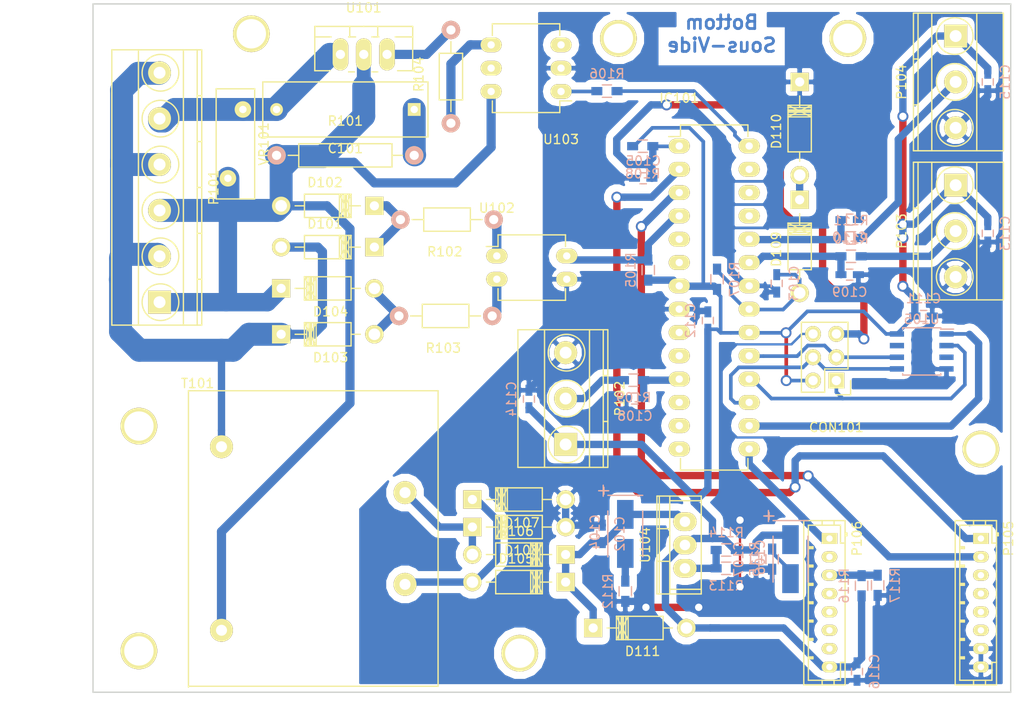
<source format=kicad_pcb>
(kicad_pcb (version 20160815) (host pcbnew "(2016-12-18 revision 3ffa37c8b)-master")
  (title_block (title "Sous-Vide Temperature Controller") (date 2016-08-03) (rev 1) (company "Gregor Vollmer <git@dynamic-noise.net>") (comment 1 "(c) 2016 GPLv3"))
  (layers (0 F.Cu signal) (31 B.Cu signal) (34 B.Paste user) (35 F.Paste user) (36 B.SilkS user) (37 F.SilkS user) (38 B.Mask user) (39 F.Mask user) (44 Edge.Cuts user))
  (net 0 "")
  (net 1 "Net-(C101-Pad1)")
  (net 2 "Net-(C101-Pad2)")
  (net 3 "Net-(C102-Pad1)")
  (net 4 GND)
  (net 5 "Net-(C103-Pad2)")
  (net 6 /!RESET)
  (net 7 +5V)
  (net 8 "Net-(C108-Pad2)")
  (net 9 "Net-(C109-Pad1)")
  (net 10 "Net-(C110-Pad1)")
  (net 11 /MISO)
  (net 12 /SCK)
  (net 13 /MOSI)
  (net 14 Earth)
  (net 15 "Net-(D101-Pad1)")
  (net 16 "Net-(D103-Pad2)")
  (net 17 "Net-(D105-Pad2)")
  (net 18 "Net-(D106-Pad2)")
  (net 19 "Net-(D109-Pad1)")
  (net 20 /TRIAC_TRIG)
  (net 21 /CS)
  (net 22 /ZCT)
  (net 23 "Net-(R102-Pad1)")
  (net 24 "Net-(R103-Pad1)")
  (net 25 "Net-(R104-Pad1)")
  (net 26 "Net-(R104-Pad2)")
  (net 27 "Net-(R106-Pad2)")
  (net 28 /Live)
  (net 29 "Net-(P102-Pad2)")
  (net 30 "Net-(P103-Pad2)")
  (net 31 "Net-(P104-Pad2)")
  (net 32 "Net-(C104-Pad2)")
  (net 33 "Net-(C106-Pad2)")
  (net 34 "Net-(R113-Pad1)")
  (net 35 /ATMEGA_RXD)
  (net 36 /ATMEGA_TXD)
  (net 37 /ESP_RST)
  (net 38 "Net-(P106-Pad3)")
  (module flashlight:drill_3-2 (layer F.Cu) (at 191.25 23.75)
    (fp_text reference DR? hide)
    (fp_text value drill_3-2)
    (pad "" np_thru_hole circle (at 0 0) (size 4 4) (drill 3.2) (layers *.Cu *.Mask F.SilkS))
  )
  (module flashlight:drill_3-2 (layer F.Cu) (at 179 66.5)
    (fp_text reference DR? hide)
    (fp_text value drill_3-2)
    (pad "" np_thru_hole circle (at 0 0) (size 4 4) (drill 3.2) (layers *.Cu *.Mask F.SilkS))
  )
  (module flashlight:drill_3-2 (layer F.Cu) (at 179 91)
    (fp_text reference DR? hide)
    (fp_text value drill_3-2)
    (pad "" np_thru_hole circle (at 0 0) (size 4 4) (drill 3.2) (layers *.Cu *.Mask F.SilkS))
  )
  (module flashlight:drill_3-2 (layer F.Cu) (at 220.5 91.25)
    (fp_text reference DR? hide)
    (fp_text value drill_3-2)
    (pad "" np_thru_hole circle (at 0 0) (size 4 4) (drill 3.2) (layers *.Cu *.Mask F.SilkS))
  )
  (module flashlight:drill_3-2 (layer F.Cu) (at 270.75 69)
    (fp_text reference DR? hide)
    (fp_text value drill_3-2)
    (pad "" np_thru_hole circle (at 0 0) (size 4 4) (drill 3.2) (layers *.Cu *.Mask F.SilkS))
  )
  (module flashlight:drill_3-2 (layer F.Cu) (at 231.25 24.25)
    (fp_text reference DR? hide)
    (fp_text value drill_3-2)
    (pad "" np_thru_hole circle (at 0 0) (size 4 4) (drill 3.2) (layers *.Cu *.Mask F.SilkS))
  )
  (module Capacitors_SMD:C_0603_HandSoldering (layer B.Cu) (at 257.25 93.25 90)
    (fp_text reference C116 (at 0 1.9 90) (layer B.SilkS) (effects (justify mirror)))
    (fp_text value 100n)
    (pad 1 smd rect (at -0.95 0 90) (size 1.2 0.75) (layers B.Cu B.Paste B.Mask) (net 4 GND))
    (pad 2 smd rect (at 0.95 0 90) (size 1.2 0.75) (layers B.Cu B.Paste B.Mask) (net 7 +5V))
  )
  (module Connectors_JST_PH:Connectors_JST_B8B-PH-K (layer F.Cu) (at 270.75 78.75 270)
    (fp_text reference P105 (at 0 -3 270) (layer F.SilkS))
    (fp_text value CONN_01X08)
    (pad 1 thru_hole rect (at 0 0 270) (size 1.2 1.7) (drill 0.7) (layers *.Cu *.Mask F.SilkS) (net 35 /ATMEGA_RXD))
    (pad 2 thru_hole oval (at 2 0 270) (size 1.2 1.7) (drill 0.7) (layers *.Cu *.Mask F.SilkS) (net 36 /ATMEGA_TXD))
    (pad 3 thru_hole oval (at 4 0 270) (size 1.2 1.7) (drill 0.7) (layers *.Cu *.Mask F.SilkS))
    (pad 4 thru_hole oval (at 6 0 270) (size 1.2 1.7) (drill 0.7) (layers *.Cu *.Mask F.SilkS))
    (pad 5 thru_hole oval (at 8 0 270) (size 1.2 1.7) (drill 0.7) (layers *.Cu *.Mask F.SilkS))
    (pad 6 thru_hole oval (at 10 0 270) (size 1.2 1.7) (drill 0.7) (layers *.Cu *.Mask F.SilkS))
    (pad 7 thru_hole oval (at 12 0 270) (size 1.2 1.7) (drill 0.7) (layers *.Cu *.Mask F.SilkS) (net 4 GND))
    (pad 8 thru_hole oval (at 14 0 270) (size 1.2 1.7) (drill 0.7) (layers *.Cu *.Mask F.SilkS) (net 4 GND))
  )
  (module Housings_DIP:DIP-28_W7.62mm_LongPads (layer F.Cu) (at 237.88 35.98)
    (fp_text reference IC101 (at 0 -5.22) (layer F.SilkS))
    (fp_text value ATMEGA8-P)
    (pad 1 thru_hole oval (at 0 0) (size 2.3 1.6) (drill 0.8) (layers *.Cu *.Mask F.SilkS) (net 6 /!RESET))
    (pad 2 thru_hole oval (at 0 2.54) (size 2.3 1.6) (drill 0.8) (layers *.Cu *.Mask F.SilkS) (net 35 /ATMEGA_RXD))
    (pad 3 thru_hole oval (at 0 5.08) (size 2.3 1.6) (drill 0.8) (layers *.Cu *.Mask F.SilkS) (net 36 /ATMEGA_TXD))
    (pad 4 thru_hole oval (at 0 7.62) (size 2.3 1.6) (drill 0.8) (layers *.Cu *.Mask F.SilkS) (net 22 /ZCT))
    (pad 5 thru_hole oval (at 0 10.16) (size 2.3 1.6) (drill 0.8) (layers *.Cu *.Mask F.SilkS))
    (pad 6 thru_hole oval (at 0 12.7) (size 2.3 1.6) (drill 0.8) (layers *.Cu *.Mask F.SilkS))
    (pad 7 thru_hole oval (at 0 15.24) (size 2.3 1.6) (drill 0.8) (layers *.Cu *.Mask F.SilkS) (net 7 +5V))
    (pad 8 thru_hole oval (at 0 17.78) (size 2.3 1.6) (drill 0.8) (layers *.Cu *.Mask F.SilkS) (net 4 GND))
    (pad 9 thru_hole oval (at 0 20.32) (size 2.3 1.6) (drill 0.8) (layers *.Cu *.Mask F.SilkS))
    (pad 10 thru_hole oval (at 0 22.86) (size 2.3 1.6) (drill 0.8) (layers *.Cu *.Mask F.SilkS))
    (pad 11 thru_hole oval (at 0 25.4) (size 2.3 1.6) (drill 0.8) (layers *.Cu *.Mask F.SilkS) (net 8 "Net-(C108-Pad2)"))
    (pad 12 thru_hole oval (at 0 27.94) (size 2.3 1.6) (drill 0.8) (layers *.Cu *.Mask F.SilkS))
    (pad 13 thru_hole oval (at 0 30.48) (size 2.3 1.6) (drill 0.8) (layers *.Cu *.Mask F.SilkS))
    (pad 14 thru_hole oval (at 0 33.02) (size 2.3 1.6) (drill 0.8) (layers *.Cu *.Mask F.SilkS))
    (pad 15 thru_hole oval (at 7.62 33.02) (size 2.3 1.6) (drill 0.8) (layers *.Cu *.Mask F.SilkS) (net 37 /ESP_RST))
    (pad 16 thru_hole oval (at 7.62 30.48) (size 2.3 1.6) (drill 0.8) (layers *.Cu *.Mask F.SilkS) (net 21 /CS))
    (pad 17 thru_hole oval (at 7.62 27.94) (size 2.3 1.6) (drill 0.8) (layers *.Cu *.Mask F.SilkS) (net 13 /MOSI))
    (pad 18 thru_hole oval (at 7.62 25.4) (size 2.3 1.6) (drill 0.8) (layers *.Cu *.Mask F.SilkS) (net 11 /MISO))
    (pad 19 thru_hole oval (at 7.62 22.86) (size 2.3 1.6) (drill 0.8) (layers *.Cu *.Mask F.SilkS) (net 12 /SCK))
    (pad 20 thru_hole oval (at 7.62 20.32) (size 2.3 1.6) (drill 0.8) (layers *.Cu *.Mask F.SilkS) (net 7 +5V))
    (pad 21 thru_hole oval (at 7.62 17.78) (size 2.3 1.6) (drill 0.8) (layers *.Cu *.Mask F.SilkS) (net 5 "Net-(C103-Pad2)"))
    (pad 22 thru_hole oval (at 7.62 15.24) (size 2.3 1.6) (drill 0.8) (layers *.Cu *.Mask F.SilkS) (net 4 GND))
    (pad 23 thru_hole oval (at 7.62 12.7) (size 2.3 1.6) (drill 0.8) (layers *.Cu *.Mask F.SilkS) (net 9 "Net-(C109-Pad1)"))
    (pad 24 thru_hole oval (at 7.62 10.16) (size 2.3 1.6) (drill 0.8) (layers *.Cu *.Mask F.SilkS) (net 10 "Net-(C110-Pad1)"))
    (pad 25 thru_hole oval (at 7.62 7.62) (size 2.3 1.6) (drill 0.8) (layers *.Cu *.Mask F.SilkS))
    (pad 26 thru_hole oval (at 7.62 5.08) (size 2.3 1.6) (drill 0.8) (layers *.Cu *.Mask F.SilkS))
    (pad 27 thru_hole oval (at 7.62 2.54) (size 2.3 1.6) (drill 0.8) (layers *.Cu *.Mask F.SilkS))
    (pad 28 thru_hole oval (at 7.62 0) (size 2.3 1.6) (drill 0.8) (layers *.Cu *.Mask F.SilkS) (net 20 /TRIAC_TRIG))
  )
  (module Capacitors_SMD:C_0603_HandSoldering (layer B.Cu) (at 229.5 78.25 90)
    (fp_text reference C102 (at 0 1.9 90) (layer B.SilkS) (effects (justify mirror)))
    (fp_text value 100n)
    (pad 1 smd rect (at -0.95 0 90) (size 1.2 0.75) (layers B.Cu B.Paste B.Mask) (net 3 "Net-(C102-Pad1)"))
    (pad 2 smd rect (at 0.95 0 90) (size 1.2 0.75) (layers B.Cu B.Paste B.Mask) (net 4 GND))
  )
  (module Capacitors_SMD:C_0603_HandSoldering (layer B.Cu) (at 248.5 50.95 90)
    (fp_text reference C103 (at 0 1.9 90) (layer B.SilkS) (effects (justify mirror)))
    (fp_text value 100n)
    (pad 1 smd rect (at -0.95 0 90) (size 1.2 0.75) (layers B.Cu B.Paste B.Mask) (net 4 GND))
    (pad 2 smd rect (at 0.95 0 90) (size 1.2 0.75) (layers B.Cu B.Paste B.Mask) (net 5 "Net-(C103-Pad2)"))
  )
  (module Capacitors_SMD:C_0603_HandSoldering (layer B.Cu) (at 233.95 39.5 180)
    (fp_text reference C105 (at 0 1.9 180) (layer B.SilkS) (effects (justify mirror)))
    (fp_text value 100n)
    (pad 1 smd rect (at -0.95 0 180) (size 1.2 0.75) (layers B.Cu B.Paste B.Mask) (net 6 /!RESET))
    (pad 2 smd rect (at 0.95 0 180) (size 1.2 0.75) (layers B.Cu B.Paste B.Mask) (net 4 GND))
  )
  (module Capacitors_SMD:C_0603_HandSoldering (layer B.Cu) (at 246.25 81 270)
    (fp_text reference C107 (at 0 1.9 270) (layer B.SilkS) (effects (justify mirror)))
    (fp_text value 100n)
    (pad 1 smd rect (at -0.95 0 270) (size 1.2 0.75) (layers B.Cu B.Paste B.Mask) (net 7 +5V))
    (pad 2 smd rect (at 0.95 0 270) (size 1.2 0.75) (layers B.Cu B.Paste B.Mask) (net 4 GND))
  )
  (module Capacitors_SMD:C_0603_HandSoldering (layer B.Cu) (at 233.05 63.5)
    (fp_text reference C108 (at 0 1.9) (layer B.SilkS) (effects (justify mirror)))
    (fp_text value open)
    (pad 1 smd rect (at -0.95 0) (size 1.2 0.75) (layers B.Cu B.Paste B.Mask) (net 4 GND))
    (pad 2 smd rect (at 0.95 0) (size 1.2 0.75) (layers B.Cu B.Paste B.Mask) (net 8 "Net-(C108-Pad2)"))
  )
  (module Capacitors_SMD:C_0603_HandSoldering (layer B.Cu) (at 256.45 50)
    (fp_text reference C109 (at 0 1.9 180) (layer B.SilkS) (effects (justify mirror)))
    (fp_text value C)
    (pad 1 smd rect (at -0.95 0) (size 1.2 0.75) (layers B.Cu B.Paste B.Mask) (net 9 "Net-(C109-Pad1)"))
    (pad 2 smd rect (at 0.95 0) (size 1.2 0.75) (layers B.Cu B.Paste B.Mask) (net 4 GND))
  )
  (module Capacitors_SMD:C_0603_HandSoldering (layer B.Cu) (at 256.45 44)
    (fp_text reference C110 (at 0 1.9) (layer B.SilkS) (effects (justify mirror)))
    (fp_text value C)
    (pad 1 smd rect (at -0.95 0) (size 1.2 0.75) (layers B.Cu B.Paste B.Mask) (net 10 "Net-(C110-Pad1)"))
    (pad 2 smd rect (at 0.95 0) (size 1.2 0.75) (layers B.Cu B.Paste B.Mask) (net 4 GND))
  )
  (module Pin_Headers:Pin_Header_Straight_2x03 (layer F.Cu) (at 255 61.54 180)
    (fp_text reference CON101 (at 0 -5.1 180) (layer F.SilkS))
    (fp_text value AVR-ISP-6)
    (pad 1 thru_hole rect (at 0 0 180) (size 1.7272 1.7272) (drill 1.016) (layers *.Cu *.Mask F.SilkS) (net 11 /MISO))
    (pad 2 thru_hole oval (at 2.54 0 180) (size 1.7272 1.7272) (drill 1.016) (layers *.Cu *.Mask F.SilkS) (net 7 +5V))
    (pad 3 thru_hole oval (at 0 2.54 180) (size 1.7272 1.7272) (drill 1.016) (layers *.Cu *.Mask F.SilkS) (net 12 /SCK))
    (pad 4 thru_hole oval (at 2.54 2.54 180) (size 1.7272 1.7272) (drill 1.016) (layers *.Cu *.Mask F.SilkS) (net 13 /MOSI))
    (pad 5 thru_hole oval (at 0 5.08 180) (size 1.7272 1.7272) (drill 1.016) (layers *.Cu *.Mask F.SilkS) (net 6 /!RESET))
    (pad 6 thru_hole oval (at 2.54 5.08 180) (size 1.7272 1.7272) (drill 1.016) (layers *.Cu *.Mask F.SilkS) (net 4 GND))
  )
  (module Diodes_ThroughHole:Diode_DO-41_SOD81_Horizontal_RM10 (layer F.Cu) (at 204.66 46.99746 180)
    (fp_text reference D101 (at 5.38734 2.53746 180) (layer F.SilkS))
    (fp_text value 1N4001)
    (pad 2 thru_hole circle (at 10.16 -0.00254) (size 1.99898 1.99898) (drill 1.27) (layers *.Cu *.Mask F.SilkS) (net 14 Earth))
    (pad 1 thru_hole rect (at 0 -0.00254) (size 1.99898 1.99898) (drill 1.00076) (layers *.Cu *.Mask F.SilkS) (net 15 "Net-(D101-Pad1)"))
  )
  (module Diodes_ThroughHole:Diode_DO-41_SOD81_Horizontal_RM10 (layer F.Cu) (at 204.66 42.49746 180)
    (fp_text reference D102 (at 5.38734 2.53746 180) (layer F.SilkS))
    (fp_text value 1N4001)
    (pad 2 thru_hole circle (at 10.16 -0.00254) (size 1.99898 1.99898) (drill 1.27) (layers *.Cu *.Mask F.SilkS) (net 28 /Live))
    (pad 1 thru_hole rect (at 0 -0.00254) (size 1.99898 1.99898) (drill 1.00076) (layers *.Cu *.Mask F.SilkS) (net 15 "Net-(D101-Pad1)"))
  )
  (module Diodes_ThroughHole:Diode_DO-41_SOD81_Horizontal_RM10 (layer F.Cu) (at 194.5 56.5)
    (fp_text reference D103 (at 5.38734 2.53746) (layer F.SilkS))
    (fp_text value 1N4001)
    (pad 2 thru_hole circle (at 10.16 -0.00254 180) (size 1.99898 1.99898) (drill 1.27) (layers *.Cu *.Mask F.SilkS) (net 16 "Net-(D103-Pad2)"))
    (pad 1 thru_hole rect (at 0 -0.00254 180) (size 1.99898 1.99898) (drill 1.00076) (layers *.Cu *.Mask F.SilkS) (net 14 Earth))
  )
  (module Diodes_ThroughHole:Diode_DO-41_SOD81_Horizontal_RM10 (layer F.Cu) (at 194.5 51.5)
    (fp_text reference D104 (at 5.38734 2.53746) (layer F.SilkS))
    (fp_text value 1N4001)
    (pad 2 thru_hole circle (at 10.16 -0.00254 180) (size 1.99898 1.99898) (drill 1.27) (layers *.Cu *.Mask F.SilkS) (net 16 "Net-(D103-Pad2)"))
    (pad 1 thru_hole rect (at 0 -0.00254 180) (size 1.99898 1.99898) (drill 1.00076) (layers *.Cu *.Mask F.SilkS) (net 28 /Live))
  )
  (module Diodes_ThroughHole:Diode_DO-41_SOD81_Horizontal_RM10 (layer F.Cu) (at 225.5 83.49746 180)
    (fp_text reference D105 (at 5.38734 2.53746 180) (layer F.SilkS))
    (fp_text value 1N4001)
    (pad 2 thru_hole circle (at 10.16 -0.00254) (size 1.99898 1.99898) (drill 1.27) (layers *.Cu *.Mask F.SilkS) (net 17 "Net-(D105-Pad2)"))
    (pad 1 thru_hole rect (at 0 -0.00254) (size 1.99898 1.99898) (drill 1.00076) (layers *.Cu *.Mask F.SilkS) (net 3 "Net-(C102-Pad1)"))
  )
  (module Diodes_ThroughHole:Diode_DO-41_SOD81_Horizontal_RM10 (layer F.Cu) (at 225.5 80.49746 180)
    (fp_text reference D106 (at 5.38734 2.53746 180) (layer F.SilkS))
    (fp_text value 1N4001)
    (pad 2 thru_hole circle (at 10.16 -0.00254) (size 1.99898 1.99898) (drill 1.27) (layers *.Cu *.Mask F.SilkS) (net 18 "Net-(D106-Pad2)"))
    (pad 1 thru_hole rect (at 0 -0.00254) (size 1.99898 1.99898) (drill 1.00076) (layers *.Cu *.Mask F.SilkS) (net 3 "Net-(C102-Pad1)"))
  )
  (module Diodes_ThroughHole:Diode_DO-41_SOD81_Horizontal_RM10 (layer F.Cu) (at 215.34 74.50254)
    (fp_text reference D107 (at 5.38734 2.53746) (layer F.SilkS))
    (fp_text value 1N4001)
    (pad 2 thru_hole circle (at 10.16 -0.00254 180) (size 1.99898 1.99898) (drill 1.27) (layers *.Cu *.Mask F.SilkS) (net 4 GND))
    (pad 1 thru_hole rect (at 0 -0.00254 180) (size 1.99898 1.99898) (drill 1.00076) (layers *.Cu *.Mask F.SilkS) (net 17 "Net-(D105-Pad2)"))
  )
  (module Diodes_ThroughHole:Diode_DO-41_SOD81_Horizontal_RM10 (layer F.Cu) (at 215.34 77.50508)
    (fp_text reference D108 (at 5.38734 2.53746) (layer F.SilkS))
    (fp_text value 1N4001)
    (pad 2 thru_hole circle (at 10.16 -0.00254 180) (size 1.99898 1.99898) (drill 1.27) (layers *.Cu *.Mask F.SilkS) (net 4 GND))
    (pad 1 thru_hole rect (at 0 -0.00254 180) (size 1.99898 1.99898) (drill 1.00076) (layers *.Cu *.Mask F.SilkS) (net 18 "Net-(D106-Pad2)"))
  )
  (module Diodes_ThroughHole:Diode_DO-41_SOD81_Horizontal_RM10 (layer F.Cu) (at 250.99746 41.84 270)
    (fp_text reference D109 (at 5.38734 2.53746 270) (layer F.SilkS))
    (fp_text value 1N4001)
    (pad 2 thru_hole circle (at 10.16 -0.00254 90) (size 1.99898 1.99898) (drill 1.27) (layers *.Cu *.Mask F.SilkS) (net 5 "Net-(C103-Pad2)"))
    (pad 1 thru_hole rect (at 0 -0.00254 90) (size 1.99898 1.99898) (drill 1.00076) (layers *.Cu *.Mask F.SilkS) (net 19 "Net-(D109-Pad1)"))
  )
  (module Diodes_ThroughHole:Diode_DO-41_SOD81_Horizontal_RM10 (layer F.Cu) (at 251 29 270)
    (fp_text reference D110 (at 5.38734 2.53746 270) (layer F.SilkS))
    (fp_text value 1N4001)
    (pad 2 thru_hole circle (at 10.16 -0.00254 90) (size 1.99898 1.99898) (drill 1.27) (layers *.Cu *.Mask F.SilkS) (net 19 "Net-(D109-Pad1)"))
    (pad 1 thru_hole rect (at 0 -0.00254 90) (size 1.99898 1.99898) (drill 1.00076) (layers *.Cu *.Mask F.SilkS) (net 4 GND))
  )
  (module Resistors_ThroughHole:Resistor_Horizontal_RM10mm (layer F.Cu) (at 217.66 44 180)
    (fp_text reference R102 (at 5.32892 -3.50012 180) (layer F.SilkS))
    (fp_text value 10k)
    (pad 1 thru_hole circle (at 0 0 180) (size 1.99898 1.99898) (drill 1.00076) (layers *.Cu *.SilkS *.Mask) (net 23 "Net-(R102-Pad1)"))
    (pad 2 thru_hole circle (at 10.16 0 180) (size 1.99898 1.99898) (drill 1.00076) (layers *.Cu *.SilkS *.Mask) (net 15 "Net-(D101-Pad1)"))
  )
  (module Resistors_ThroughHole:Resistor_Horizontal_RM10mm (layer F.Cu) (at 217.5 54.5 180)
    (fp_text reference R103 (at 5.32892 -3.50012 180) (layer F.SilkS))
    (fp_text value 10k)
    (pad 1 thru_hole circle (at 0 0 180) (size 1.99898 1.99898) (drill 1.00076) (layers *.Cu *.SilkS *.Mask) (net 24 "Net-(R103-Pad1)"))
    (pad 2 thru_hole circle (at 10.16 0 180) (size 1.99898 1.99898) (drill 1.00076) (layers *.Cu *.SilkS *.Mask) (net 16 "Net-(D103-Pad2)"))
  )
  (module Resistors_ThroughHole:Resistor_Horizontal_RM10mm (layer F.Cu) (at 213 33.5 90)
    (fp_text reference R104 (at 5.32892 -3.50012 90) (layer F.SilkS))
    (fp_text value 10k)
    (pad 1 thru_hole circle (at 0 0 90) (size 1.99898 1.99898) (drill 1.00076) (layers *.Cu *.SilkS *.Mask) (net 25 "Net-(R104-Pad1)"))
    (pad 2 thru_hole circle (at 10.16 0 90) (size 1.99898 1.99898) (drill 1.00076) (layers *.Cu *.SilkS *.Mask) (net 26 "Net-(R104-Pad2)"))
  )
  (module Resistors_SMD:R_0603_HandSoldering (layer B.Cu) (at 234.5 49.5 270)
    (fp_text reference R105 (at 0 1.9 270) (layer B.SilkS) (effects (justify mirror)))
    (fp_text value 10k)
    (pad 1 smd rect (at -1.1 0 270) (size 1.2 0.9) (layers B.Cu B.Paste B.Mask) (net 22 /ZCT))
    (pad 2 smd rect (at 1.1 0 270) (size 1.2 0.9) (layers B.Cu B.Paste B.Mask) (net 7 +5V))
  )
  (module Resistors_SMD:R_0603_HandSoldering (layer B.Cu) (at 230 30 180)
    (fp_text reference R106 (at 0 1.9 180) (layer B.SilkS) (effects (justify mirror)))
    (fp_text value 10k)
    (pad 1 smd rect (at -1.1 0 180) (size 1.2 0.9) (layers B.Cu B.Paste B.Mask) (net 20 /TRIAC_TRIG))
    (pad 2 smd rect (at 1.1 0 180) (size 1.2 0.9) (layers B.Cu B.Paste B.Mask) (net 27 "Net-(R106-Pad2)"))
  )
  (module Resistors_SMD:R_0603_HandSoldering (layer B.Cu) (at 242 50.5 90)
    (fp_text reference R107 (at 0 1.9 90) (layer B.SilkS) (effects (justify mirror)))
    (fp_text value 10k)
    (pad 1 smd rect (at -1.1 0 90) (size 1.2 0.9) (layers B.Cu B.Paste B.Mask) (net 7 +5V))
    (pad 2 smd rect (at 1.1 0 90) (size 1.2 0.9) (layers B.Cu B.Paste B.Mask) (net 5 "Net-(C103-Pad2)"))
  )
  (module Resistors_SMD:R_0603_HandSoldering (layer B.Cu) (at 233.9 36)
    (fp_text reference R108 (at 0 3) (layer B.SilkS) (effects (justify mirror)))
    (fp_text value 10k)
    (pad 1 smd rect (at -1.1 0) (size 1.2 0.9) (layers B.Cu B.Paste B.Mask) (net 7 +5V))
    (pad 2 smd rect (at 1.1 0) (size 1.2 0.9) (layers B.Cu B.Paste B.Mask) (net 6 /!RESET))
  )
  (module Resistors_SMD:R_0603_HandSoldering (layer B.Cu) (at 232.9 61.5)
    (fp_text reference R109 (at 0 1.9) (layer B.SilkS) (effects (justify mirror)))
    (fp_text value 0)
    (pad 1 smd rect (at -1.1 0) (size 1.2 0.9) (layers B.Cu B.Paste B.Mask) (net 29 "Net-(P102-Pad2)"))
    (pad 2 smd rect (at 1.1 0) (size 1.2 0.9) (layers B.Cu B.Paste B.Mask) (net 8 "Net-(C108-Pad2)"))
  )
  (module Resistors_SMD:R_0603_HandSoldering (layer B.Cu) (at 256.6 48 180)
    (fp_text reference R110 (at 0 1.9 180) (layer B.SilkS) (effects (justify mirror)))
    (fp_text value R)
    (pad 1 smd rect (at -1.1 0 180) (size 1.2 0.9) (layers B.Cu B.Paste B.Mask) (net 30 "Net-(P103-Pad2)"))
    (pad 2 smd rect (at 1.1 0 180) (size 1.2 0.9) (layers B.Cu B.Paste B.Mask) (net 9 "Net-(C109-Pad1)"))
  )
  (module Resistors_SMD:R_0603_HandSoldering (layer B.Cu) (at 256.6 46 180)
    (fp_text reference R111 (at 0 1.9 180) (layer B.SilkS) (effects (justify mirror)))
    (fp_text value R)
    (pad 1 smd rect (at -1.1 0 180) (size 1.2 0.9) (layers B.Cu B.Paste B.Mask) (net 31 "Net-(P104-Pad2)"))
    (pad 2 smd rect (at 1.1 0 180) (size 1.2 0.9) (layers B.Cu B.Paste B.Mask) (net 10 "Net-(C110-Pad1)"))
  )
  (module Housings_SOIC:SOIC-8_3.9x4.9mm_Pitch1.27mm (layer B.Cu) (at 264.3 58.365 180)
    (fp_text reference U105 (at 0 3.5 180) (layer B.SilkS) (effects (justify mirror)))
    (fp_text value 25LC_EEPROM)
    (pad 1 smd rect (at -2.7 1.905 180) (size 1.55 0.6) (layers B.Cu B.Paste B.Mask) (net 21 /CS))
    (pad 2 smd rect (at -2.7 0.635 180) (size 1.55 0.6) (layers B.Cu B.Paste B.Mask) (net 11 /MISO))
    (pad 3 smd rect (at -2.7 -0.635 180) (size 1.55 0.6) (layers B.Cu B.Paste B.Mask))
    (pad 4 smd rect (at -2.7 -1.905 180) (size 1.55 0.6) (layers B.Cu B.Paste B.Mask) (net 4 GND))
    (pad 5 smd rect (at 2.7 -1.905 180) (size 1.55 0.6) (layers B.Cu B.Paste B.Mask) (net 13 /MOSI))
    (pad 6 smd rect (at 2.7 -0.635 180) (size 1.55 0.6) (layers B.Cu B.Paste B.Mask) (net 12 /SCK))
    (pad 7 smd rect (at 2.7 0.635 180) (size 1.55 0.6) (layers B.Cu B.Paste B.Mask))
    (pad 8 smd rect (at 2.7 1.905 180) (size 1.55 0.6) (layers B.Cu B.Paste B.Mask) (net 7 +5V))
  )
  (module Terminal_Blocks:TerminalBlock_Pheonix_MKDS1.5-6pol (layer F.Cu) (at 181.25 53 90)
    (fp_text reference P101 (at 12.5 5.9 90) (layer F.SilkS))
    (fp_text value CONN_01X06)
    (pad 6 thru_hole circle (at 25 0 90) (size 2.5 2.5) (drill 1.3) (layers *.Cu *.Mask F.SilkS) (net 14 Earth))
    (pad 5 thru_hole circle (at 20 0 90) (size 2.5 2.5) (drill 1.3) (layers *.Cu *.Mask F.SilkS) (net 2 "Net-(C101-Pad2)"))
    (pad 4 thru_hole circle (at 15 0 90) (size 2.5 2.5) (drill 1.3) (layers *.Cu *.Mask F.SilkS) (net 14 Earth))
    (pad 3 thru_hole circle (at 10 0 90) (size 2.5 2.5) (drill 1.3) (layers *.Cu *.Mask F.SilkS) (net 28 /Live))
    (pad 1 thru_hole rect (at 0 0 90) (size 2.5 2.5) (drill 1.3) (layers *.Cu *.Mask F.SilkS) (net 28 /Live))
    (pad 2 thru_hole circle (at 5 0 90) (size 2.5 2.5) (drill 1.3) (layers *.Cu *.Mask F.SilkS) (net 14 Earth))
  )
  (module TO_SOT_Packages_THT:TO-220_Neutral123_Vertical_LargePads (layer F.Cu) (at 203.5 26)
    (fp_text reference U101 (at 0 -5.08) (layer F.SilkS))
    (fp_text value TRIAC)
    (pad 2 thru_hole oval (at 0 0 90) (size 3.50012 1.69926) (drill 1.00076) (layers *.Cu *.Mask F.SilkS) (net 28 /Live))
    (pad 1 thru_hole oval (at -2.54 0 90) (size 3.50012 1.69926) (drill 1.00076) (layers *.Cu *.Mask F.SilkS) (net 2 "Net-(C101-Pad2)"))
    (pad 3 thru_hole oval (at 2.54 0 90) (size 3.50012 1.69926) (drill 1.00076) (layers *.Cu *.Mask F.SilkS) (net 26 "Net-(R104-Pad2)"))
  )
  (module Housings_DIP:DIP-4_W7.62mm_LongPads (layer F.Cu) (at 218 47.96)
    (fp_text reference U102 (at 0 -5.22) (layer F.SilkS))
    (fp_text value SFH620A)
    (pad 1 thru_hole oval (at 0 0) (size 2.3 1.6) (drill 0.8) (layers *.Cu *.Mask F.SilkS) (net 23 "Net-(R102-Pad1)"))
    (pad 2 thru_hole oval (at 0 2.54) (size 2.3 1.6) (drill 0.8) (layers *.Cu *.Mask F.SilkS) (net 24 "Net-(R103-Pad1)"))
    (pad 3 thru_hole oval (at 7.62 2.54) (size 2.3 1.6) (drill 0.8) (layers *.Cu *.Mask F.SilkS) (net 4 GND))
    (pad 4 thru_hole oval (at 7.62 0) (size 2.3 1.6) (drill 0.8) (layers *.Cu *.Mask F.SilkS) (net 22 /ZCT))
  )
  (module Capacitors_ThroughHole:C_Rect_L18_W6_P15 (layer F.Cu) (at 209 32 180)
    (fp_text reference C101 (at 7.5 -4.25 180) (layer F.SilkS))
    (fp_text value 100n,X2)
    (pad 1 thru_hole rect (at 0 0 180) (size 1.4 1.4) (drill 0.8) (layers *.Cu *.Mask F.SilkS) (net 1 "Net-(C101-Pad1)"))
    (pad 2 thru_hole circle (at 15 0 180) (size 1.4 1.4) (drill 0.8) (layers *.Cu *.Mask F.SilkS) (net 2 "Net-(C101-Pad2)"))
  )
  (module Capacitors_SMD:C_0603_HandSoldering (layer B.Cu) (at 264.5 54.5 180)
    (fp_text reference C111 (at 0 1.9 180) (layer B.SilkS) (effects (justify mirror)))
    (fp_text value 100n)
    (pad 1 smd rect (at -0.95 0 180) (size 1.2 0.75) (layers B.Cu B.Paste B.Mask) (net 4 GND))
    (pad 2 smd rect (at 0.95 0 180) (size 1.2 0.75) (layers B.Cu B.Paste B.Mask) (net 7 +5V))
  )
  (module Capacitors_SMD:C_0603_HandSoldering (layer B.Cu) (at 241 55 270)
    (fp_text reference C112 (at 0 1.9 270) (layer B.SilkS) (effects (justify mirror)))
    (fp_text value 100n)
    (pad 1 smd rect (at -0.95 0 270) (size 1.2 0.75) (layers B.Cu B.Paste B.Mask) (net 4 GND))
    (pad 2 smd rect (at 0.95 0 270) (size 1.2 0.75) (layers B.Cu B.Paste B.Mask) (net 7 +5V))
  )
  (module Capacitors_SMD:C_0603_HandSoldering (layer B.Cu) (at 271.5 45.5 90)
    (fp_text reference C113 (at 0 1.9 90) (layer B.SilkS) (effects (justify mirror)))
    (fp_text value 100n)
    (pad 1 smd rect (at -0.95 0 90) (size 1.2 0.75) (layers B.Cu B.Paste B.Mask) (net 4 GND))
    (pad 2 smd rect (at 0.95 0 90) (size 1.2 0.75) (layers B.Cu B.Paste B.Mask) (net 7 +5V))
  )
  (module Capacitors_SMD:C_0603_HandSoldering (layer B.Cu) (at 221.5 63.55 270)
    (fp_text reference C114 (at 0 1.9 270) (layer B.SilkS) (effects (justify mirror)))
    (fp_text value 100n)
    (pad 1 smd rect (at -0.95 0 270) (size 1.2 0.75) (layers B.Cu B.Paste B.Mask) (net 4 GND))
    (pad 2 smd rect (at 0.95 0 270) (size 1.2 0.75) (layers B.Cu B.Paste B.Mask) (net 7 +5V))
  )
  (module Capacitors_SMD:C_0603_HandSoldering (layer B.Cu) (at 271.5 29 90)
    (fp_text reference C115 (at 0 1.9 90) (layer B.SilkS) (effects (justify mirror)))
    (fp_text value 100n)
    (pad 1 smd rect (at -0.95 0 90) (size 1.2 0.75) (layers B.Cu B.Paste B.Mask) (net 4 GND))
    (pad 2 smd rect (at 0.95 0 90) (size 1.2 0.75) (layers B.Cu B.Paste B.Mask) (net 7 +5V))
  )
  (module Terminal_Blocks:TerminalBlock_Pheonix_MKDS1.5-3pol (layer F.Cu) (at 225.5 68.5 90)
    (fp_text reference P102 (at 5 5.9 90) (layer F.SilkS))
    (fp_text value CONN_01X03)
    (pad 3 thru_hole circle (at 10 0 90) (size 2.5 2.5) (drill 1.3) (layers *.Cu *.Mask F.SilkS) (net 4 GND))
    (pad 1 thru_hole rect (at 0 0 90) (size 2.5 2.5) (drill 1.3) (layers *.Cu *.Mask F.SilkS) (net 7 +5V))
    (pad 2 thru_hole circle (at 5 0 90) (size 2.5 2.5) (drill 1.3) (layers *.Cu *.Mask F.SilkS) (net 29 "Net-(P102-Pad2)"))
  )
  (module Terminal_Blocks:TerminalBlock_Pheonix_MKDS1.5-3pol (layer F.Cu) (at 268 40.25 270)
    (fp_text reference P103 (at 5 5.9 270) (layer F.SilkS))
    (fp_text value CONN_01X03)
    (pad 3 thru_hole circle (at 10 0 270) (size 2.5 2.5) (drill 1.3) (layers *.Cu *.Mask F.SilkS) (net 4 GND))
    (pad 1 thru_hole rect (at 0 0 270) (size 2.5 2.5) (drill 1.3) (layers *.Cu *.Mask F.SilkS) (net 7 +5V))
    (pad 2 thru_hole circle (at 5 0 270) (size 2.5 2.5) (drill 1.3) (layers *.Cu *.Mask F.SilkS) (net 30 "Net-(P103-Pad2)"))
  )
  (module Terminal_Blocks:TerminalBlock_Pheonix_MKDS1.5-3pol (layer F.Cu) (at 268 24 270)
    (fp_text reference P104 (at 5 5.9 270) (layer F.SilkS))
    (fp_text value CONN_01X03)
    (pad 3 thru_hole circle (at 10 0 270) (size 2.5 2.5) (drill 1.3) (layers *.Cu *.Mask F.SilkS) (net 4 GND))
    (pad 1 thru_hole rect (at 0 0 270) (size 2.5 2.5) (drill 1.3) (layers *.Cu *.Mask F.SilkS) (net 7 +5V))
    (pad 2 thru_hole circle (at 5 0 270) (size 2.5 2.5) (drill 1.3) (layers *.Cu *.Mask F.SilkS) (net 31 "Net-(P104-Pad2)"))
  )
  (module Diodes_ThroughHole:Diode_DO-41_SOD81_Horizontal_RM10 (layer F.Cu) (at 228.5 88.50254)
    (fp_text reference D111 (at 5.38734 2.53746) (layer F.SilkS))
    (fp_text value 1N4001)
    (pad 2 thru_hole circle (at 10.16 -0.00254 180) (size 1.99898 1.99898) (drill 1.27) (layers *.Cu *.Mask F.SilkS) (net 7 +5V))
    (pad 1 thru_hole rect (at 0 -0.00254 180) (size 1.99898 1.99898) (drill 1.00076) (layers *.Cu *.Mask F.SilkS) (net 3 "Net-(C102-Pad1)"))
  )
  (module Resistors_SMD:R_0603_HandSoldering (layer B.Cu) (at 232 84.5 270)
    (fp_text reference R112 (at 0 1.9 270) (layer B.SilkS) (effects (justify mirror)))
    (fp_text value 1)
    (pad 1 smd rect (at -1.1 0 270) (size 1.2 0.9) (layers B.Cu B.Paste B.Mask) (net 32 "Net-(C104-Pad2)"))
    (pad 2 smd rect (at 1.1 0 270) (size 1.2 0.9) (layers B.Cu B.Paste B.Mask) (net 4 GND))
  )
  (module Resistors_SMD:R_0603_HandSoldering (layer B.Cu) (at 243 82)
    (fp_text reference R113 (at 0 1.9) (layer B.SilkS) (effects (justify mirror)))
    (fp_text value 360)
    (pad 1 smd rect (at -1.1 0) (size 1.2 0.9) (layers B.Cu B.Paste B.Mask) (net 34 "Net-(R113-Pad1)"))
    (pad 2 smd rect (at 1.1 0) (size 1.2 0.9) (layers B.Cu B.Paste B.Mask) (net 4 GND))
  )
  (module Resistors_SMD:R_0603_HandSoldering (layer B.Cu) (at 243 80 180)
    (fp_text reference R114 (at 0 1.9 180) (layer B.SilkS) (effects (justify mirror)))
    (fp_text value 240)
    (pad 1 smd rect (at -1.1 0 180) (size 1.2 0.9) (layers B.Cu B.Paste B.Mask) (net 7 +5V))
    (pad 2 smd rect (at 1.1 0 180) (size 1.2 0.9) (layers B.Cu B.Paste B.Mask) (net 34 "Net-(R113-Pad1)"))
  )
  (module Resistors_SMD:R_0603_HandSoldering (layer B.Cu) (at 248 81 270)
    (fp_text reference R115 (at 0 1.9 270) (layer B.SilkS) (effects (justify mirror)))
    (fp_text value 1)
    (pad 1 smd rect (at -1.1 0 270) (size 1.2 0.9) (layers B.Cu B.Paste B.Mask) (net 33 "Net-(C106-Pad2)"))
    (pad 2 smd rect (at 1.1 0 270) (size 1.2 0.9) (layers B.Cu B.Paste B.Mask) (net 4 GND))
  )
  (module Capacitors_Tantalum_SMD:TantalC_SizeB_EIA-3528_HandSoldering (layer B.Cu) (at 232 78.25 270)
    (fp_text reference C104 (at -0.20066 3.29946 270) (layer B.SilkS) (effects (justify mirror)))
    (fp_text value 10u)
    (fp_text user + (at -4.70154 2.4003 270) (layer B.SilkS) (effects (justify mirror)))
    (pad 2 smd rect (at 2.12598 0 270) (size 3.1496 1.80086) (layers B.Cu B.Paste B.Mask) (net 32 "Net-(C104-Pad2)"))
    (pad 1 smd rect (at -2.12598 0 270) (size 3.1496 1.80086) (layers B.Cu B.Paste B.Mask) (net 3 "Net-(C102-Pad1)"))
  )
  (module Capacitors_Tantalum_SMD:TantalC_SizeB_EIA-3528_HandSoldering (layer B.Cu) (at 250 81 270)
    (fp_text reference C106 (at -0.20066 3.29946 270) (layer B.SilkS) (effects (justify mirror)))
    (fp_text value 10u)
    (fp_text user + (at -4.70154 2.4003 270) (layer B.SilkS) (effects (justify mirror)))
    (pad 2 smd rect (at 2.12598 0 270) (size 3.1496 1.80086) (layers B.Cu B.Paste B.Mask) (net 33 "Net-(C106-Pad2)"))
    (pad 1 smd rect (at -2.12598 0 270) (size 3.1496 1.80086) (layers B.Cu B.Paste B.Mask) (net 7 +5V))
  )
  (module Power_Integrations:TO-220 (layer F.Cu) (at 238.5 79.46 90)
    (fp_text reference U104 (at 0 -4.318 90) (layer F.SilkS))
    (fp_text value LM317AT)
    (pad 2 thru_hole oval (at 0 0 90) (size 2.032 2.54) (drill 1.143) (layers *.Cu *.Mask F.SilkS) (net 7 +5V))
    (pad 3 thru_hole oval (at 2.54 0 90) (size 2.032 2.54) (drill 1.143) (layers *.Cu *.Mask F.SilkS) (net 3 "Net-(C102-Pad1)"))
    (pad 1 thru_hole oval (at -2.54 0 90) (size 2.032 2.54) (drill 1.143) (layers *.Cu *.Mask F.SilkS) (net 34 "Net-(R113-Pad1)"))
  )
  (module Connectors_JST_PH:Connectors_JST_B8B-PH-K (layer F.Cu) (at 254.25 78.75 270)
    (fp_text reference P106 (at 0 -3 270) (layer F.SilkS))
    (fp_text value CONN_01X08)
    (pad 1 thru_hole rect (at 0 0 270) (size 1.2 1.7) (drill 0.7) (layers *.Cu *.Mask F.SilkS) (net 37 /ESP_RST))
    (pad 2 thru_hole oval (at 2 0 270) (size 1.2 1.7) (drill 0.7) (layers *.Cu *.Mask F.SilkS))
    (pad 3 thru_hole oval (at 4 0 270) (size 1.2 1.7) (drill 0.7) (layers *.Cu *.Mask F.SilkS) (net 38 "Net-(P106-Pad3)"))
    (pad 4 thru_hole oval (at 6 0 270) (size 1.2 1.7) (drill 0.7) (layers *.Cu *.Mask F.SilkS))
    (pad 5 thru_hole oval (at 8 0 270) (size 1.2 1.7) (drill 0.7) (layers *.Cu *.Mask F.SilkS))
    (pad 6 thru_hole oval (at 10 0 270) (size 1.2 1.7) (drill 0.7) (layers *.Cu *.Mask F.SilkS))
    (pad 7 thru_hole oval (at 12 0 270) (size 1.2 1.7) (drill 0.7) (layers *.Cu *.Mask F.SilkS))
    (pad 8 thru_hole oval (at 14 0 270) (size 1.2 1.7) (drill 0.7) (layers *.Cu *.Mask F.SilkS) (net 7 +5V))
  )
  (module Resistors_SMD:R_0603_HandSoldering (layer B.Cu) (at 257.75 83.9 270)
    (fp_text reference R116 (at 0 1.9 270) (layer B.SilkS) (effects (justify mirror)))
    (fp_text value 10k)
    (pad 1 smd rect (at -1.1 0 270) (size 1.2 0.9) (layers B.Cu B.Paste B.Mask) (net 38 "Net-(P106-Pad3)"))
    (pad 2 smd rect (at 1.1 0 270) (size 1.2 0.9) (layers B.Cu B.Paste B.Mask) (net 7 +5V))
  )
  (module Resistors_SMD:R_0603_HandSoldering (layer B.Cu) (at 259.5 83.85 90)
    (fp_text reference R117 (at 0 1.9 90) (layer B.SilkS) (effects (justify mirror)))
    (fp_text value open)
    (pad 1 smd rect (at -1.1 0 90) (size 1.2 0.9) (layers B.Cu B.Paste B.Mask) (net 4 GND))
    (pad 2 smd rect (at 1.1 0 90) (size 1.2 0.9) (layers B.Cu B.Paste B.Mask) (net 38 "Net-(P106-Pad3)"))
  )
  (module Varistors:RV_Disc_D12_W4.2_P7.5 (layer F.Cu) (at 188.7 39.5 90)
    (fp_text reference VR101 (at 3.75 3.91667 90) (layer F.SilkS))
    (fp_text value VR)
    (pad 1 thru_hole circle (at 0 0 90) (size 1.8 1.8) (drill 0.8) (layers *.Cu *.Mask F.SilkS) (net 28 /Live))
    (pad 2 thru_hole circle (at 7.5 1.63333 90) (size 1.8 1.8) (drill 0.8) (layers *.Cu *.Mask F.SilkS) (net 2 "Net-(C101-Pad2)"))
  )
  (module Resistors_ThroughHole:Resistor_Horizontal_RM15mm (layer F.Cu) (at 194 37)
    (fp_text reference R101 (at 7.5 -3.74904) (layer F.SilkS))
    (fp_text value "100, 5W")
    (pad 1 thru_hole circle (at 0 0) (size 1.99898 1.99898) (drill 1.00076) (layers *.Cu *.SilkS *.Mask) (net 28 /Live))
    (pad 2 thru_hole circle (at 15 0) (size 1.99898 1.99898) (drill 1.00076) (layers *.Cu *.SilkS *.Mask) (net 1 "Net-(C101-Pad1)"))
  )
  (module Housings_DIP:DIP-6_W7.62mm_LongPads (layer F.Cu) (at 225 30.04 180)
    (fp_text reference U103 (at 0 -5.22 180) (layer F.SilkS))
    (fp_text value MOC3052M)
    (pad 1 thru_hole oval (at 0 0 180) (size 2.3 1.6) (drill 0.8) (layers *.Cu *.Mask F.SilkS) (net 27 "Net-(R106-Pad2)"))
    (pad 2 thru_hole oval (at 0 2.54 180) (size 2.3 1.6) (drill 0.8) (layers *.Cu *.Mask F.SilkS) (net 4 GND))
    (pad 3 thru_hole oval (at 0 5.08 180) (size 2.3 1.6) (drill 0.8) (layers *.Cu *.Mask F.SilkS))
    (pad 4 thru_hole oval (at 7.62 5.08 180) (size 2.3 1.6) (drill 0.8) (layers *.Cu *.Mask F.SilkS) (net 25 "Net-(R104-Pad1)"))
    (pad 5 thru_hole oval (at 7.62 2.54 180) (size 2.3 1.6) (drill 0.8) (layers *.Cu *.Mask F.SilkS))
    (pad 6 thru_hole oval (at 7.62 0 180) (size 2.3 1.6) (drill 0.8) (layers *.Cu *.Mask F.SilkS) (net 28 /Live))
  )
  (module flashlight:drill_3-2 (layer F.Cu) (at 256.25 24.25)
    (fp_text reference DR? hide)
    (fp_text value drill_3-2)
    (pad "" np_thru_hole circle (at 0 0) (size 4 4) (drill 3.2) (layers *.Cu *.Mask F.SilkS))
  )
  (module footprints:BLOCK_VB2,0_1_XX (layer F.Cu) (at 198 78.75)
    (fp_text reference T101 (at -12.6 -16.9) (layer F.SilkS))
    (fp_text value TRANSFO)
    (pad 1 thru_hole circle (at -10 -10) (size 2.5 2.5) (drill 1.2) (layers *.Cu *.Mask F.SilkS) (net 14 Earth))
    (pad 2 thru_hole circle (at -10 10) (size 2.5 2.5) (drill 1.2) (layers *.Cu *.Mask F.SilkS) (net 28 /Live))
    (pad 3 thru_hole circle (at 10 -5) (size 2.5 2.5) (drill 1.2) (layers *.Cu *.Mask F.SilkS) (net 18 "Net-(D106-Pad2)"))
    (pad 4 thru_hole circle (at 10 5) (size 2.5 2.5) (drill 1.2) (layers *.Cu *.Mask F.SilkS) (net 17 "Net-(D105-Pad2)"))
  )
  (gr_text Sous-Vide (at 242.5 25) (layer B.Cu) (effects (font (size 1.5 1.5) (thickness 0.3)) (justify mirror)))
  (gr_text Bottom (at 242.5 22.5) (layer B.Cu) (effects (font (size 1.5 1.5) (thickness 0.3)) (justify mirror)))
  (gr_line (start 274 20.5) (end 174 20.5) (layer Edge.Cuts) (width 0.15))
  (gr_line (start 274 95.5) (end 274 20.5) (layer Edge.Cuts) (width 0.15))
  (gr_line (start 174 95.5) (end 274 95.5) (layer Edge.Cuts) (width 0.15))
  (gr_line (start 174 20.5) (end 174 95.5) (layer Edge.Cuts) (width 0.15))
  (segment (start 242.5 66.074188) (end 244.168523 67.742711) (width 0.25) (layer B.Cu) (net 0))
  (segment (start 242.805329 57.593624) (end 242.805329 59.633667) (width 0.25) (layer B.Cu) (net 0))
  (segment (start 242.805329 59.633667) (end 242.5 59.938996) (width 0.25) (layer B.Cu) (net 0))
  (segment (start 242.5 59.938996) (end 242.5 66.074188) (width 0.25) (layer B.Cu) (net 0))
  (segment (start 244.168523 67.742711) (end 248.742711 67.742711) (width 0.25) (layer B.Cu) (net 0))
  (segment (start 248.742711 67.742711) (end 248.91499 67.91499) (width 0.25) (layer B.Cu) (net 0))
  (segment (start 209 32) (end 209 36.903792) (width 2.5) (layer B.Cu) (net 1))
  (segment (start 209 36.903792) (end 209.048104 36.951896) (width 2.5) (layer B.Cu) (net 1))
  (segment (start 209 32) (end 209 37) (width 2) (layer B.Cu) (net 1))
  (segment (start 194 32) (end 194 31.826485) (width 2.5) (layer B.Cu) (net 2))
  (segment (start 194 31.826485) (end 199.826485 26) (width 2.5) (layer B.Cu) (net 2))
  (segment (start 199.826485 26) (end 200 26) (width 2.5) (layer B.Cu) (net 2))
  (segment (start 190.33333 32) (end 182.906868 32) (width 2.5) (layer B.Cu) (net 2))
  (segment (start 182.906868 32) (end 181.656859 33.250009) (width 2.5) (layer B.Cu) (net 2))
  (segment (start 181.656859 33.250009) (end 181.25 33.250009) (width 2.5) (layer B.Cu) (net 2))
  (segment (start 194 32) (end 190.33333 32) (width 2.5) (layer B.Cu) (net 2))
  (segment (start 190.33333 32) (end 183.260421 32) (width 2) (layer B.Cu) (net 2))
  (segment (start 183.260421 32) (end 181.760412 33.500009) (width 2) (layer B.Cu) (net 2))
  (segment (start 181.760412 33.500009) (end 181.25 33.500009) (width 2) (layer B.Cu) (net 2))
  (segment (start 200.96 26) (end 200 26) (width 1) (layer B.Cu) (net 2))
  (segment (start 190.25 32) (end 190.33333 31.91667) (width 1) (layer B.Cu) (net 2))
  (segment (start 194 32) (end 190.25 32) (width 1) (layer B.Cu) (net 2))
  (segment (start 190.25 32) (end 183.096973 32) (width 1) (layer B.Cu) (net 2))
  (segment (start 183.096973 32) (end 182.096973 33) (width 1) (layer B.Cu) (net 2))
  (segment (start 182.096973 33) (end 182 33) (width 1) (layer B.Cu) (net 2))
  (segment (start 228.5 88.5) (end 228.5 86.5) (width 0.8) (layer B.Cu) (net 3))
  (segment (start 228.5 86.5) (end 225.5 83.5) (width 0.8) (layer B.Cu) (net 3))
  (segment (start 229.5 79.2) (end 229.670526 79.2) (width 0.8) (layer B.Cu) (net 3))
  (segment (start 229.670526 79.2) (end 232 76.870526) (width 0.8) (layer B.Cu) (net 3))
  (segment (start 232 76.870526) (end 232 76.12402) (width 0.8) (layer B.Cu) (net 3))
  (segment (start 225.5 80.5) (end 227.025 80.5) (width 0.8) (layer B.Cu) (net 3))
  (segment (start 227.025 80.5) (end 228.325 79.2) (width 0.8) (layer B.Cu) (net 3))
  (segment (start 228.325 79.2) (end 229.5 79.2) (width 0.8) (layer B.Cu) (net 3))
  (segment (start 232 76.12402) (end 237.70402 76.12402) (width 0.8) (layer B.Cu) (net 3))
  (segment (start 237.70402 76.12402) (end 238.5 76.92) (width 0.8) (layer B.Cu) (net 3))
  (segment (start 232 76.79839) (end 232 76.12402) (width 0.8) (layer B.Cu) (net 3))
  (segment (start 225.5 80.5) (end 225.5 83.5) (width 0.8) (layer B.Cu) (net 3))
  (segment (start 251.238686 56.46) (end 250.105062 57.593624) (width 0.25) (layer B.Cu) (net 4))
  (segment (start 244.5 84) (end 244.5 76.75) (width 0.25) (layer F.Cu) (net 4))
  (via (at 244.5 76.75) (size 1.2) (drill 0.8) (layers F.Cu B.Cu) (net 4))
  (segment (start 240 86.25) (end 242.25 86.25) (width 0.25) (layer B.Cu) (net 4))
  (segment (start 242.25 86.25) (end 244.5 84) (width 0.25) (layer B.Cu) (net 4))
  (via (at 244.5 84) (size 1.2) (drill 0.8) (layers F.Cu B.Cu) (net 4))
  (segment (start 234.25 86.25) (end 240 86.25) (width 0.8) (layer F.Cu) (net 4))
  (via (at 240 86.25) (size 1.2) (drill 0.8) (layers F.Cu B.Cu) (net 4))
  (segment (start 232 85.6) (end 233.6 85.6) (width 0.8) (layer B.Cu) (net 4))
  (segment (start 233.6 85.6) (end 234.25 86.25) (width 0.8) (layer B.Cu) (net 4))
  (via (at 234.25 86.25) (size 1.2) (drill 0.8) (layers F.Cu B.Cu) (net 4))
  (segment (start 252.46 56.46) (end 251.238686 56.46) (width 0.25) (layer B.Cu) (net 4))
  (segment (start 251.238686 56.46) (end 250.105328 57.593358) (width 0.25) (layer B.Cu) (net 4))
  (segment (start 250.105328 57.593358) (end 244.156642 57.593358) (width 0.25) (layer B.Cu) (net 4))
  (segment (start 244.156642 57.593358) (end 242.5 59.25) (width 0.25) (layer B.Cu) (net 4))
  (segment (start 225.5 77.50254) (end 225.5 74.5) (width 0.8) (layer B.Cu) (net 4))
  (segment (start 229.5 77.3) (end 225.70254 77.3) (width 0.8) (layer B.Cu) (net 4))
  (segment (start 225.70254 77.3) (end 225.5 77.50254) (width 0.8) (layer B.Cu) (net 4))
  (segment (start 246.25 81.95) (end 244.15 81.95) (width 0.8) (layer B.Cu) (net 4))
  (segment (start 244.15 81.95) (end 244.1 82) (width 0.8) (layer B.Cu) (net 4))
  (segment (start 248 82.1) (end 246.4 82.1) (width 0.8) (layer B.Cu) (net 4))
  (segment (start 246.4 82.1) (end 246.25 81.95) (width 0.8) (layer B.Cu) (net 4))
  (segment (start 243.5 42.25) (end 243.610465 42.360465) (width 0.3) (layer B.Cu) (net 4))
  (segment (start 243.610465 42.360465) (end 247.389535 42.360465) (width 0.3) (layer B.Cu) (net 4))
  (segment (start 247.389535 42.360465) (end 247.5 42.25) (width 0.3) (layer B.Cu) (net 4))
  (segment (start 243.5 45) (end 243.595157 44.904843) (width 0.3) (layer B.Cu) (net 4))
  (segment (start 243.595157 44.904843) (end 247.404843 44.904843) (width 0.3) (layer B.Cu) (net 4))
  (segment (start 247.404843 44.904843) (end 247.5 45) (width 0.3) (layer B.Cu) (net 4))
  (segment (start 243.5 45) (end 243.5 42.75) (width 0.8) (layer B.Cu) (net 4))
  (segment (start 243.5 49.61) (end 243.5 45) (width 0.8) (layer B.Cu) (net 4))
  (segment (start 243.5 42.25) (end 243.5 39.75) (width 0.8) (layer B.Cu) (net 4))
  (segment (start 243.5 42.75) (end 243.5 42.25) (width 0.8) (layer B.Cu) (net 4))
  (segment (start 243.5 39.75) (end 243.582609 39.832609) (width 0.3) (layer B.Cu) (net 4))
  (segment (start 243.582609 39.832609) (end 247.5 39.832609) (width 0.3) (layer B.Cu) (net 4))
  (segment (start 247.5 39.832609) (end 247.5 39.75) (width 0.3) (layer B.Cu) (net 4))
  (segment (start 245.15 51.26) (end 243.5 49.61) (width 0.8) (layer B.Cu) (net 4))
  (segment (start 245.5 51.26) (end 245.15 51.26) (width 0.8) (layer B.Cu) (net 4))
  (segment (start 271.5 29.95) (end 271.5 30.5) (width 0.8) (layer B.Cu) (net 4))
  (segment (start 271.5 30.5) (end 268 34) (width 0.8) (layer B.Cu) (net 4))
  (segment (start 271.5 46.45) (end 271.5 46.75) (width 0.8) (layer B.Cu) (net 4))
  (segment (start 271.5 46.75) (end 268 50.25) (width 0.8) (layer B.Cu) (net 4))
  (segment (start 221.5 62.6) (end 221.5 62.5) (width 0.8) (layer B.Cu) (net 4))
  (segment (start 221.5 62.5) (end 225.5 58.5) (width 0.8) (layer B.Cu) (net 4))
  (segment (start 245.5 51.26) (end 247.86 51.26) (width 0.4) (layer B.Cu) (net 4))
  (segment (start 247.86 51.26) (end 248.5 51.9) (width 0.4) (layer B.Cu) (net 4))
  (segment (start 237.88 53.8) (end 240.75 53.8) (width 0.4) (layer B.Cu) (net 4))
  (segment (start 240.75 53.8) (end 241 54.05) (width 0.4) (layer B.Cu) (net 4))
  (segment (start 264.5 56.5) (end 265.45 55.55) (width 0.4) (layer B.Cu) (net 4))
  (segment (start 265.45 55.55) (end 265.45 54.5) (width 0.4) (layer B.Cu) (net 4))
  (segment (start 264.5 59.5) (end 264.5 56.5) (width 0.4) (layer B.Cu) (net 4))
  (segment (start 265.27 60.27) (end 264.5 59.5) (width 0.4) (layer B.Cu) (net 4))
  (segment (start 267 60.27) (end 265.27 60.27) (width 0.4) (layer B.Cu) (net 4))
  (segment (start 242 49.55) (end 242 49.4) (width 0.4) (layer B.Cu) (net 5))
  (segment (start 243.5 51.05) (end 242 49.55) (width 0.4) (layer B.Cu) (net 5))
  (segment (start 245.15 53.8) (end 243.5 52.15) (width 0.4) (layer B.Cu) (net 5))
  (segment (start 245.5 53.8) (end 245.15 53.8) (width 0.4) (layer B.Cu) (net 5))
  (segment (start 243.5 52.15) (end 243.5 51.05) (width 0.4) (layer B.Cu) (net 5))
  (segment (start 251 50.5) (end 250.5 50) (width 0.4) (layer B.Cu) (net 5))
  (segment (start 250.5 50) (end 248.5 50) (width 0.4) (layer B.Cu) (net 5))
  (segment (start 251 52) (end 251 50.5) (width 0.4) (layer B.Cu) (net 5))
  (segment (start 245.5 53.8) (end 249.2 53.8) (width 0.4) (layer B.Cu) (net 5))
  (segment (start 249.2 53.8) (end 251 52) (width 0.4) (layer B.Cu) (net 5))
  (segment (start 258 52.5) (end 255.5 52.5) (width 0.8) (layer F.Cu) (net 6))
  (segment (start 255.5 52.5) (end 253.5 50.5) (width 0.8) (layer F.Cu) (net 6))
  (segment (start 253.5 44.5) (end 250.581018 44.5) (width 0.8) (layer F.Cu) (net 6))
  (segment (start 250.581018 44.5) (end 248.88691 42.805892) (width 0.8) (layer F.Cu) (net 6))
  (segment (start 248.88691 42.805892) (end 248.88691 31.5) (width 0.8) (layer F.Cu) (net 6))
  (segment (start 236.5 31.5) (end 248.88691 31.5) (width 0.8) (layer F.Cu) (net 6))
  (segment (start 248.88691 31.5) (end 248.970165 31.416745) (width 0.8) (layer F.Cu) (net 6))
  (segment (start 234.25 38) (end 234.575 38) (width 0.8) (layer B.Cu) (net 6))
  (segment (start 234.575 38) (end 234.9 38.325) (width 0.8) (layer B.Cu) (net 6))
  (segment (start 234.9 38.325) (end 234.9 39.5) (width 0.8) (layer B.Cu) (net 6))
  (segment (start 236.5 31.5) (end 234.809998 31.5) (width 0.8) (layer B.Cu) (net 6))
  (segment (start 232.309998 38) (end 234.25 38) (width 0.8) (layer B.Cu) (net 6))
  (segment (start 234.809998 31.5) (end 231.065868 35.24413) (width 0.8) (layer B.Cu) (net 6))
  (segment (start 231.065868 35.24413) (end 231.065868 36.75587) (width 0.8) (layer B.Cu) (net 6))
  (segment (start 231.065868 36.75587) (end 232.309998 38) (width 0.8) (layer B.Cu) (net 6))
  (segment (start 234.25 38) (end 235 37.25) (width 0.8) (layer B.Cu) (net 6))
  (segment (start 235 37.25) (end 235 36) (width 0.8) (layer B.Cu) (net 6))
  (via (at 236.5 31.5) (size 1.2) (drill 0.8) (layers F.Cu B.Cu) (net 6))
  (segment (start 253.5 50.5) (end 253.5 44.5) (width 0.8) (layer F.Cu) (net 6))
  (segment (start 258 57) (end 258 52.5) (width 0.8) (layer F.Cu) (net 6))
  (segment (start 255 56.46) (end 257.46 56.46) (width 0.8) (layer B.Cu) (net 6))
  (segment (start 257.46 56.46) (end 258 57) (width 0.8) (layer B.Cu) (net 6))
  (via (at 258 57) (size 1.2) (drill 0.8) (layers F.Cu B.Cu) (net 6))
  (segment (start 237.88 36.02) (end 235.02 36.02) (width 0.4) (layer B.Cu) (net 6))
  (segment (start 235.02 36.02) (end 235 36) (width 0.4) (layer B.Cu) (net 6))
  (segment (start 257.75 85) (end 257.75 91.8) (width 0.8) (layer B.Cu) (net 7))
  (segment (start 257.75 91.8) (end 257.25 92.3) (width 0.8) (layer B.Cu) (net 7))
  (segment (start 253.75 92.75) (end 256.8 92.75) (width 0.8) (layer B.Cu) (net 7))
  (segment (start 256.8 92.75) (end 257.25 92.3) (width 0.8) (layer B.Cu) (net 7))
  (segment (start 238.66 88.5) (end 241.25 88.5) (width 0.8) (layer B.Cu) (net 7))
  (segment (start 241.25 88.5) (end 242.25 88.5) (width 0.8) (layer B.Cu) (net 7))
  (segment (start 253.75 92.75) (end 253.5 92.75) (width 0.8) (layer B.Cu) (net 7))
  (segment (start 253.5 92.75) (end 249.25 88.5) (width 0.8) (layer B.Cu) (net 7))
  (segment (start 249.25 88.5) (end 241.25 88.5) (width 0.8) (layer B.Cu) (net 7))
  (segment (start 233.776002 68.5) (end 239.5 74.223998) (width 0.8) (layer B.Cu) (net 7))
  (segment (start 225.5 68.5) (end 233.776002 68.5) (width 0.8) (layer B.Cu) (net 7))
  (segment (start 239.5 74.223998) (end 239.5 74.818531) (width 0.8) (layer B.Cu) (net 7))
  (segment (start 246.25 80.05) (end 246.25 79.142891) (width 0.8) (layer B.Cu) (net 7))
  (segment (start 246.25 79.142891) (end 247.001757 78.391134) (width 0.8) (layer B.Cu) (net 7))
  (segment (start 247.001757 78.391134) (end 249.498734 78.391134) (width 0.8) (layer B.Cu) (net 7))
  (segment (start 249.498734 78.391134) (end 249.654786 78.547186) (width 0.8) (layer B.Cu) (net 7))
  (segment (start 250 78.87402) (end 249.482886 78.87402) (width 0.4) (layer B.Cu) (net 7))
  (segment (start 249.482886 78.87402) (end 249 78.391134) (width 0.4) (layer B.Cu) (net 7))
  (segment (start 262.844763 51.861153) (end 262.244764 51.261154) (width 0.8) (layer B.Cu) (net 7))
  (segment (start 263.55 52.56639) (end 262.844763 51.861153) (width 0.8) (layer B.Cu) (net 7))
  (segment (start 263.55 54.5) (end 263.55 52.56639) (width 0.8) (layer B.Cu) (net 7))
  (segment (start 262.25 46) (end 262.25 51.255918) (width 0.8) (layer F.Cu) (net 7))
  (segment (start 262.25 51.255918) (end 262.244764 51.261154) (width 0.8) (layer F.Cu) (net 7))
  (via (at 262.244764 51.261154) (size 1.2) (drill 0.8) (layers F.Cu B.Cu) (net 7))
  (segment (start 239.5 74.818531) (end 241.5 76.818531) (width 0.8) (layer B.Cu) (net 7))
  (segment (start 241 55.95) (end 241 73.318531) (width 0.8) (layer B.Cu) (net 7))
  (segment (start 241 73.318531) (end 239.5 74.818531) (width 0.8) (layer B.Cu) (net 7))
  (segment (start 238.5 79.46) (end 238.246 79.46) (width 0.8) (layer B.Cu) (net 7))
  (segment (start 238.246 79.46) (end 236.374371 81.331629) (width 0.8) (layer B.Cu) (net 7))
  (segment (start 236.374371 81.331629) (end 236.374371 86.214371) (width 0.8) (layer B.Cu) (net 7))
  (segment (start 236.374371 86.214371) (end 237.660511 87.500511) (width 0.8) (layer B.Cu) (net 7))
  (segment (start 237.660511 87.500511) (end 238.66 88.5) (width 0.8) (layer B.Cu) (net 7))
  (segment (start 241.5 76.818531) (end 241.5 78.75) (width 0.8) (layer B.Cu) (net 7))
  (segment (start 239.464 78.75) (end 241.5 78.75) (width 0.8) (layer B.Cu) (net 7))
  (segment (start 241.5 78.75) (end 242.7 78.75) (width 0.8) (layer B.Cu) (net 7))
  (segment (start 244.1 80) (end 246.2 80) (width 0.8) (layer B.Cu) (net 7))
  (segment (start 246.2 80) (end 246.25 80.05) (width 0.8) (layer B.Cu) (net 7))
  (segment (start 238.5 79.46) (end 238.754 79.46) (width 0.8) (layer B.Cu) (net 7))
  (segment (start 238.754 79.46) (end 239.464 78.75) (width 0.8) (layer B.Cu) (net 7))
  (segment (start 242.7 78.75) (end 243.95 80) (width 0.8) (layer B.Cu) (net 7))
  (segment (start 243.95 80) (end 244.1 80) (width 0.8) (layer B.Cu) (net 7))
  (segment (start 262.25 44.5) (end 263.5 44.5) (width 0.8) (layer B.Cu) (net 7))
  (segment (start 263.5 44.5) (end 267.75 40.25) (width 0.8) (layer B.Cu) (net 7))
  (segment (start 267.75 40.25) (end 268 40.25) (width 0.8) (layer B.Cu) (net 7))
  (segment (start 262.25 32.75) (end 262.25 27.7) (width 0.8) (layer B.Cu) (net 7))
  (segment (start 262.25 27.7) (end 265.95 24) (width 0.8) (layer B.Cu) (net 7))
  (segment (start 265.95 24) (end 268 24) (width 0.8) (layer B.Cu) (net 7))
  (segment (start 262.25 44.5) (end 262.25 32.75) (width 0.8) (layer F.Cu) (net 7))
  (via (at 262.25 32.75) (size 1.2) (drill 0.8) (layers F.Cu B.Cu) (net 7))
  (via (at 262.25 44.5) (size 1.2) (drill 0.8) (layers F.Cu B.Cu) (net 7))
  (segment (start 262.25 46) (end 262.25 44.5) (width 0.8) (layer B.Cu) (net 7))
  (via (at 262.25 44.5) (size 1.2) (drill 0.8) (layers F.Cu B.Cu) (net 7))
  (via (at 262.25 46) (size 1.2) (drill 0.8) (layers F.Cu B.Cu) (net 7))
  (segment (start 271.5 28.05) (end 271.5 27.5) (width 0.8) (layer B.Cu) (net 7))
  (segment (start 271.5 27.5) (end 268 24) (width 0.8) (layer B.Cu) (net 7))
  (segment (start 271.5 44.55) (end 271.5 43.75) (width 0.8) (layer B.Cu) (net 7))
  (segment (start 271.5 43.75) (end 268 40.25) (width 0.8) (layer B.Cu) (net 7))
  (segment (start 221.5 64.5) (end 225.5 68.5) (width 0.8) (layer B.Cu) (net 7))
  (segment (start 234.5 50.6) (end 237.22 50.6) (width 0.8) (layer B.Cu) (net 7))
  (segment (start 237.22 50.6) (end 237.88 51.26) (width 0.8) (layer B.Cu) (net 7))
  (segment (start 237.88 51.26) (end 241.66 51.26) (width 0.8) (layer B.Cu) (net 7))
  (segment (start 241.66 51.26) (end 242 51.6) (width 0.8) (layer B.Cu) (net 7))
  (segment (start 239 34) (end 234.95 34) (width 0.4) (layer B.Cu) (net 7))
  (segment (start 234.95 34) (end 232.95 36) (width 0.4) (layer B.Cu) (net 7))
  (segment (start 232.95 36) (end 232.8 36) (width 0.4) (layer B.Cu) (net 7))
  (segment (start 240.5 35.5) (end 239 34) (width 0.4) (layer B.Cu) (net 7))
  (segment (start 240.5 51.26) (end 237.88 51.26) (width 0.4) (layer B.Cu) (net 7))
  (segment (start 241.76 51.26) (end 240.5 51.26) (width 0.4) (layer B.Cu) (net 7))
  (segment (start 240.5 51.26) (end 240.5 35.5) (width 0.4) (layer B.Cu) (net 7))
  (segment (start 242 52) (end 242.39 52.39) (width 0.4) (layer B.Cu) (net 7))
  (segment (start 242.39 52.39) (end 242.39 56.34) (width 0.4) (layer B.Cu) (net 7))
  (segment (start 242 51.6) (end 242 52) (width 0.4) (layer B.Cu) (net 7))
  (segment (start 242.39 56.34) (end 242 55.95) (width 0.4) (layer B.Cu) (net 7))
  (segment (start 242 55.95) (end 241 55.95) (width 0.4) (layer B.Cu) (net 7))
  (segment (start 243.5 56.34) (end 242.39 56.34) (width 0.4) (layer B.Cu) (net 7))
  (segment (start 245.5 56.34) (end 243.5 56.34) (width 0.4) (layer B.Cu) (net 7))
  (segment (start 261.6 56.46) (end 261.6 56.45) (width 0.4) (layer B.Cu) (net 7))
  (segment (start 261.6 56.45) (end 263.55 54.5) (width 0.4) (layer B.Cu) (net 7))
  (segment (start 257.965 54) (end 251.843187 54) (width 0.4) (layer B.Cu) (net 7))
  (segment (start 251.843187 54) (end 249.510866 56.332321) (width 0.4) (layer B.Cu) (net 7))
  (segment (start 261.6 56.46) (end 260.425 56.46) (width 0.4) (layer B.Cu) (net 7))
  (segment (start 260.425 56.46) (end 257.965 54) (width 0.4) (layer B.Cu) (net 7))
  (segment (start 245.5 56.34) (end 249.503187 56.34) (width 0.4) (layer B.Cu) (net 7))
  (segment (start 249.503187 56.34) (end 249.510866 56.332321) (width 0.4) (layer B.Cu) (net 7))
  (via (at 249.510866 56.332321) (size 1.2) (drill 0.8) (layers F.Cu B.Cu) (net 7))
  (segment (start 249.54 56.361455) (end 249.510866 56.332321) (width 0.4) (layer F.Cu) (net 7))
  (segment (start 249.54 61.54) (end 249.54 56.361455) (width 0.4) (layer F.Cu) (net 7))
  (via (at 249.54 61.54) (size 1.2) (drill 0.8) (layers F.Cu B.Cu) (net 7))
  (segment (start 252.46 61.54) (end 249.54 61.54) (width 0.4) (layer B.Cu) (net 7))
  (segment (start 234 61.5) (end 237.8 61.5) (width 0.8) (layer B.Cu) (net 8))
  (segment (start 237.8 61.5) (end 237.88 61.42) (width 0.8) (layer B.Cu) (net 8))
  (segment (start 234 63.5) (end 234 61.5) (width 0.8) (layer B.Cu) (net 8))
  (segment (start 255.5 48) (end 255.5 50) (width 0.8) (layer B.Cu) (net 9))
  (segment (start 246.28 48.72) (end 247 48) (width 0.8) (layer B.Cu) (net 9))
  (segment (start 247 48) (end 255.5 48) (width 0.8) (layer B.Cu) (net 9))
  (segment (start 245.5 48.72) (end 246.28 48.72) (width 0.8) (layer B.Cu) (net 9))
  (segment (start 255.5 44) (end 255.5 46) (width 0.8) (layer B.Cu) (net 10))
  (segment (start 245.5 46.18) (end 255.32 46.18) (width 0.8) (layer B.Cu) (net 10))
  (segment (start 255.32 46.18) (end 255.5 46) (width 0.8) (layer B.Cu) (net 10))
  (segment (start 255 61.54) (end 255 62.8036) (width 0.4) (layer B.Cu) (net 11))
  (segment (start 245.5 61.42) (end 245.85 61.42) (width 0.4) (layer B.Cu) (net 11))
  (segment (start 245.85 61.42) (end 247.93 63.5) (width 0.4) (layer B.Cu) (net 11))
  (segment (start 247.93 63.5) (end 255.6964 63.5) (width 0.4) (layer B.Cu) (net 11))
  (segment (start 255.6964 63.5) (end 267.5 63.5) (width 0.4) (layer B.Cu) (net 11))
  (segment (start 255 62.8036) (end 255.6964 63.5) (width 0.4) (layer B.Cu) (net 11))
  (segment (start 269 58.5) (end 268.23 57.73) (width 0.4) (layer B.Cu) (net 11))
  (segment (start 268.23 57.73) (end 267 57.73) (width 0.4) (layer B.Cu) (net 11))
  (segment (start 269 62) (end 269 58.5) (width 0.4) (layer B.Cu) (net 11))
  (segment (start 267.5 63.5) (end 269 62) (width 0.4) (layer B.Cu) (net 11))
  (segment (start 247.05 58.88) (end 245.5 58.88) (width 0.4) (layer B.Cu) (net 12))
  (segment (start 250.730913 58.88) (end 247.05 58.88) (width 0.4) (layer B.Cu) (net 12))
  (segment (start 251.887312 57.723601) (end 250.730913 58.88) (width 0.4) (layer B.Cu) (net 12))
  (segment (start 255 59) (end 253.723601 57.723601) (width 0.4) (layer B.Cu) (net 12))
  (segment (start 253.723601 57.723601) (end 251.887312 57.723601) (width 0.4) (layer B.Cu) (net 12))
  (segment (start 261.6 59) (end 255 59) (width 0.4) (layer B.Cu) (net 12))
  (segment (start 245.5 63.96) (end 243.95 63.96) (width 0.4) (layer B.Cu) (net 13))
  (segment (start 244.370496 60.100789) (end 251.359211 60.100789) (width 0.4) (layer B.Cu) (net 13))
  (segment (start 243.95 63.96) (end 243.5 63.51) (width 0.4) (layer B.Cu) (net 13))
  (segment (start 243.5 63.51) (end 243.5 60.971285) (width 0.4) (layer B.Cu) (net 13))
  (segment (start 251.359211 60.100789) (end 251.596401 59.863599) (width 0.4) (layer B.Cu) (net 13))
  (segment (start 243.5 60.971285) (end 244.370496 60.100789) (width 0.4) (layer B.Cu) (net 13))
  (segment (start 251.596401 59.863599) (end 252.46 59) (width 0.4) (layer B.Cu) (net 13))
  (segment (start 261.598625 60.268625) (end 253.728625 60.268625) (width 0.4) (layer B.Cu) (net 13))
  (segment (start 261.6 60.27) (end 261.598625 60.268625) (width 0.4) (layer B.Cu) (net 13))
  (segment (start 253.728625 60.268625) (end 252.46 59) (width 0.4) (layer B.Cu) (net 13))
  (segment (start 179.038958 58.23896) (end 188 58.23896) (width 2.5) (layer B.Cu) (net 14))
  (segment (start 188 58.23896) (end 189.25901 58.23896) (width 2.5) (layer B.Cu) (net 14))
  (segment (start 188 68.75) (end 188 66.982234) (width 0.8) (layer B.Cu) (net 14))
  (segment (start 188 66.982234) (end 188 58.23896) (width 0.8) (layer B.Cu) (net 14))
  (segment (start 176.999999 50.5) (end 176.999999 56.200001) (width 2.5) (layer B.Cu) (net 14))
  (segment (start 176.999999 56.200001) (end 179.038958 58.23896) (width 2.5) (layer B.Cu) (net 14))
  (segment (start 189.25901 58.23896) (end 191.00051 56.49746) (width 2.5) (layer B.Cu) (net 14))
  (segment (start 191.00051 56.49746) (end 194.5 56.49746) (width 2.5) (layer B.Cu) (net 14))
  (segment (start 176.999999 50.5) (end 176.973336 50.526663) (width 2.5) (layer B.Cu) (net 14))
  (segment (start 176.999999 48.33807) (end 176.999999 50.5) (width 2.5) (layer B.Cu) (net 14))
  (segment (start 177.31311 37.851325) (end 177.111799 37.650014) (width 2.5) (layer B.Cu) (net 14))
  (segment (start 177.111799 37.650014) (end 177.111799 29.888201) (width 2.5) (layer B.Cu) (net 14))
  (segment (start 177.111799 29.888201) (end 178.941194 28.058806) (width 2.5) (layer B.Cu) (net 14))
  (segment (start 178.941194 28.058806) (end 181.191194 28.058806) (width 2.5) (layer B.Cu) (net 14))
  (segment (start 181.191194 28.058806) (end 181.25 28) (width 2.5) (layer B.Cu) (net 14))
  (segment (start 181.25 48) (end 181.037824 47.787824) (width 2.5) (layer B.Cu) (net 14))
  (segment (start 181.037824 47.787824) (end 177.377897 47.787824) (width 2.5) (layer B.Cu) (net 14))
  (segment (start 177.377897 47.787824) (end 177.165721 48) (width 2.5) (layer B.Cu) (net 14))
  (segment (start 181.25 38) (end 177.164435 38) (width 2.5) (layer B.Cu) (net 14))
  (segment (start 177.164435 38) (end 177.111799 38.052636) (width 2.5) (layer B.Cu) (net 14))
  (segment (start 177.165721 48) (end 177.153134 47.987413) (width 2) (layer B.Cu) (net 14))
  (segment (start 181.25 38) (end 177.548737 38) (width 2) (layer B.Cu) (net 14))
  (segment (start 177.548737 38) (end 177.356586 37.807849) (width 2) (layer B.Cu) (net 14))
  (segment (start 176.999999 48.140548) (end 177.111799 48.028748) (width 2.5) (layer B.Cu) (net 14))
  (segment (start 177.111799 48.028748) (end 177.111799 38.052636) (width 2.5) (layer B.Cu) (net 14))
  (segment (start 177.111799 38.052636) (end 177.31311 37.851325) (width 2.5) (layer B.Cu) (net 14))
  (segment (start 178.5 38) (end 177.372739 38) (width 1) (layer B.Cu) (net 14))
  (segment (start 177.372739 38) (end 177.195386 37.822647) (width 1) (layer B.Cu) (net 14))
  (segment (start 178.5 48) (end 177.31311 48) (width 1) (layer B.Cu) (net 14))
  (segment (start 177.31311 37.851325) (end 177.356586 37.807849) (width 1) (layer B.Cu) (net 14))
  (segment (start 177.356586 37.807849) (end 178.307849 37.807849) (width 1) (layer B.Cu) (net 14))
  (segment (start 178.307849 37.807849) (end 178.5 38) (width 1) (layer B.Cu) (net 14))
  (segment (start 176.999999 48.140548) (end 177.153134 47.987413) (width 1) (layer B.Cu) (net 14))
  (segment (start 177.165721 48) (end 178.5 48) (width 1) (layer B.Cu) (net 14))
  (segment (start 199 55.5) (end 198.00254 56.49746) (width 1) (layer B.Cu) (net 14))
  (segment (start 198.00254 56.49746) (end 194.5 56.49746) (width 1) (layer B.Cu) (net 14))
  (segment (start 199 47.5) (end 199 55.5) (width 1) (layer B.Cu) (net 14))
  (segment (start 198.5 47) (end 199 47.5) (width 1) (layer B.Cu) (net 14))
  (segment (start 194.5 47) (end 198.5 47) (width 1) (layer B.Cu) (net 14))
  (segment (start 178.5 38) (end 182 38) (width 1) (layer B.Cu) (net 14))
  (segment (start 182 48) (end 178.5 48) (width 1) (layer B.Cu) (net 14))
  (segment (start 204.66 42.5) (end 206 42.5) (width 1) (layer B.Cu) (net 15))
  (segment (start 206 42.5) (end 207.5 44) (width 1) (layer B.Cu) (net 15))
  (segment (start 204.66 47) (end 204.84 47) (width 1) (layer B.Cu) (net 15))
  (segment (start 204.84 47) (end 207.84 44) (width 1) (layer B.Cu) (net 15))
  (segment (start 207.34 54.5) (end 206.65746 54.5) (width 1) (layer B.Cu) (net 16))
  (segment (start 206.65746 54.5) (end 204.66 56.49746) (width 1) (layer B.Cu) (net 16))
  (segment (start 204.66 51.49746) (end 204.66 51.82) (width 1) (layer B.Cu) (net 16))
  (segment (start 204.66 51.82) (end 207.34 54.5) (width 1) (layer B.Cu) (net 16))
  (segment (start 215.34 83.5) (end 208.25 83.5) (width 0.8) (layer B.Cu) (net 17))
  (segment (start 208.25 83.5) (end 208 83.75) (width 0.8) (layer B.Cu) (net 17))
  (segment (start 215.34 74.5) (end 215.787985 74.5) (width 0.8) (layer B.Cu) (net 17))
  (segment (start 215.787985 74.5) (end 218 76.712015) (width 0.8) (layer B.Cu) (net 17))
  (segment (start 218 76.712015) (end 218 81.078525) (width 0.8) (layer B.Cu) (net 17))
  (segment (start 218 81.078525) (end 215.578525 83.5) (width 0.8) (layer B.Cu) (net 17))
  (segment (start 215.578525 83.5) (end 215.34 83.5) (width 0.8) (layer B.Cu) (net 17))
  (segment (start 215.34 77.50254) (end 211.75254 77.50254) (width 0.8) (layer B.Cu) (net 18))
  (segment (start 211.75254 77.50254) (end 208 73.75) (width 0.8) (layer B.Cu) (net 18))
  (segment (start 215.34 80.5) (end 215.34 77.50254) (width 0.8) (layer B.Cu) (net 18))
  (segment (start 251 41.84) (end 251 39.16254) (width 0.8) (layer B.Cu) (net 19))
  (segment (start 251 39.16254) (end 251.00254 39.16) (width 0.8) (layer B.Cu) (net 19))
  (segment (start 245.15 36.02) (end 245.5 36.02) (width 0.4) (layer B.Cu) (net 20))
  (segment (start 243.95 34.82) (end 245.15 36.02) (width 0.4) (layer B.Cu) (net 20))
  (segment (start 243.95 34.47) (end 243.95 34.82) (width 0.4) (layer B.Cu) (net 20))
  (segment (start 231.1 30) (end 239.48 30) (width 0.4) (layer B.Cu) (net 20))
  (segment (start 239.48 30) (end 243.95 34.47) (width 0.4) (layer B.Cu) (net 20))
  (segment (start 267 56.46) (end 269.46 56.46) (width 0.4) (layer B.Cu) (net 21))
  (segment (start 269.46 56.46) (end 269.5 56.5) (width 0.4) (layer B.Cu) (net 21))
  (segment (start 270.5 57.5) (end 269.5 56.5) (width 0.8) (layer B.Cu) (net 21))
  (segment (start 270.5 63.5) (end 270.5 57.5) (width 0.8) (layer B.Cu) (net 21))
  (segment (start 267.5 66.5) (end 270.5 63.5) (width 0.8) (layer B.Cu) (net 21))
  (segment (start 245.5 66.5) (end 267.5 66.5) (width 0.8) (layer B.Cu) (net 21))
  (segment (start 234.5 48.4) (end 226.06 48.4) (width 0.8) (layer B.Cu) (net 22))
  (segment (start 226.06 48.4) (end 225.62 47.96) (width 0.8) (layer B.Cu) (net 22))
  (segment (start 237.88 43.64) (end 237.53 43.64) (width 0.8) (layer B.Cu) (net 22))
  (segment (start 237.53 43.64) (end 234.5 46.67) (width 0.8) (layer B.Cu) (net 22))
  (segment (start 234.5 46.67) (end 234.5 47) (width 0.8) (layer B.Cu) (net 22))
  (segment (start 234.5 47) (end 234.5 48.4) (width 0.8) (layer B.Cu) (net 22))
  (segment (start 234.82 48.72) (end 234.5 48.4) (width 0.4) (layer B.Cu) (net 22))
  (segment (start 218 45) (end 218 47.96) (width 1) (layer B.Cu) (net 23))
  (segment (start 218 44) (end 218 45) (width 1) (layer B.Cu) (net 23))
  (segment (start 218 45) (end 218 44.34) (width 1) (layer B.Cu) (net 23))
  (segment (start 218 44.34) (end 217.66 44) (width 1) (layer B.Cu) (net 23))
  (segment (start 218 50.5) (end 218 54) (width 1) (layer B.Cu) (net 24))
  (segment (start 218 54) (end 217.5 54.5) (width 1) (layer B.Cu) (net 24))
  (segment (start 213 33.5) (end 213 27.039248) (width 1) (layer B.Cu) (net 25))
  (segment (start 213 27.039248) (end 215.079248 24.96) (width 1) (layer B.Cu) (net 25))
  (segment (start 215.079248 24.96) (end 215.23 24.96) (width 1) (layer B.Cu) (net 25))
  (segment (start 215.23 24.96) (end 217.38 24.96) (width 1) (layer B.Cu) (net 25))
  (segment (start 206.04 26) (end 210.34 26) (width 1) (layer B.Cu) (net 26))
  (segment (start 210.34 26) (end 213 23.34) (width 1) (layer B.Cu) (net 26))
  (segment (start 225 30.04) (end 228.86 30.04) (width 0.4) (layer B.Cu) (net 27))
  (segment (start 228.86 30.04) (end 228.9 30) (width 0.4) (layer B.Cu) (net 27))
  (segment (start 194.5 39.5) (end 196.237167 37.762833) (width 1) (layer B.Cu) (net 28))
  (segment (start 196.237167 37.762833) (end 202.430654 37.762833) (width 1) (layer B.Cu) (net 28))
  (segment (start 202.430654 37.762833) (end 204.667821 40) (width 1) (layer B.Cu) (net 28))
  (segment (start 204.667821 40) (end 213.5 40) (width 1) (layer B.Cu) (net 28))
  (segment (start 213.5 40) (end 217.38 36.12) (width 1) (layer B.Cu) (net 28))
  (segment (start 217.38 36.12) (end 217.38 30.04) (width 1) (layer B.Cu) (net 28))
  (segment (start 194 37) (end 194.132701 37.132701) (width 2.5) (layer B.Cu) (net 28))
  (segment (start 194.132701 37.132701) (end 199.090956 37.132701) (width 2.5) (layer B.Cu) (net 28))
  (segment (start 199.090956 37.132701) (end 203.5 32.723657) (width 2.5) (layer B.Cu) (net 28))
  (segment (start 203.5 32.723657) (end 203.5 29.5) (width 2.5) (layer B.Cu) (net 28))
  (segment (start 203.5 29) (end 203.5 29.5) (width 0.8) (layer B.Cu) (net 28))
  (segment (start 203.5 29) (end 203.5 26) (width 1.5) (layer B.Cu) (net 28))
  (segment (start 188.7 39.5) (end 188.7 42.8) (width 2.5) (layer B.Cu) (net 28))
  (segment (start 188.7 42.8) (end 188.5 43) (width 2.5) (layer B.Cu) (net 28))
  (segment (start 194.5 42.5) (end 194.5 37.5) (width 2.5) (layer B.Cu) (net 28))
  (segment (start 194.5 37.5) (end 194 37) (width 2.5) (layer B.Cu) (net 28))
  (segment (start 181.25 43) (end 194 43) (width 2.5) (layer B.Cu) (net 28))
  (segment (start 194 43) (end 194.5 42.5) (width 2.5) (layer B.Cu) (net 28))
  (segment (start 188.7 39.5) (end 188.7 43.2) (width 2) (layer B.Cu) (net 28))
  (segment (start 203.5 29.5) (end 203.5 29.097536) (width 2) (layer B.Cu) (net 28))
  (segment (start 188.7 39.5) (end 188.7 52.8) (width 2) (layer B.Cu) (net 28))
  (segment (start 188.7 52.8) (end 188.5 53) (width 2) (layer B.Cu) (net 28))
  (segment (start 181.25 53) (end 192.99746 53) (width 2) (layer B.Cu) (net 28))
  (segment (start 192.99746 53) (end 194.5 51.49746) (width 2) (layer B.Cu) (net 28))
  (segment (start 194.5 39.5) (end 194.5 37.5) (width 1) (layer B.Cu) (net 28))
  (segment (start 194.5 42.5) (end 194.5 39.5) (width 1) (layer B.Cu) (net 28))
  (segment (start 182 53) (end 188.5 53) (width 1) (layer B.Cu) (net 28))
  (segment (start 202 45) (end 202 64) (width 1) (layer B.Cu) (net 28))
  (segment (start 188 88.75) (end 188 78) (width 1) (layer B.Cu) (net 28))
  (segment (start 188 78) (end 202 64) (width 1) (layer B.Cu) (net 28))
  (segment (start 199.5 42.5) (end 202 45) (width 1) (layer B.Cu) (net 28))
  (segment (start 194.5 42.5) (end 199.5 42.5) (width 1) (layer B.Cu) (net 28))
  (segment (start 182 43) (end 188.5 43) (width 1) (layer B.Cu) (net 28))
  (segment (start 188.5 43) (end 194 43) (width 1) (layer B.Cu) (net 28))
  (segment (start 188.7 43.2) (end 188.5 43) (width 1) (layer B.Cu) (net 28))
  (segment (start 188.7 52.8) (end 188.7 43.2) (width 1) (layer B.Cu) (net 28))
  (segment (start 188.5 53) (end 192.99746 53) (width 1) (layer B.Cu) (net 28))
  (segment (start 231.8 61.5) (end 229.5 61.5) (width 0.8) (layer B.Cu) (net 29))
  (segment (start 229.5 61.5) (end 227.5 63.5) (width 0.8) (layer B.Cu) (net 29))
  (segment (start 225.5 63.5) (end 227.5 63.5) (width 0.8) (layer B.Cu) (net 29))
  (segment (start 257.7 48) (end 265.25 48) (width 0.8) (layer B.Cu) (net 30))
  (segment (start 265.25 48) (end 268 45.25) (width 0.8) (layer B.Cu) (net 30))
  (segment (start 268 29) (end 261.75 35.25) (width 0.8) (layer B.Cu) (net 31))
  (segment (start 261.75 42.1) (end 257.85 46) (width 0.8) (layer B.Cu) (net 31))
  (segment (start 261.75 35.25) (end 261.75 42.1) (width 0.8) (layer B.Cu) (net 31))
  (segment (start 257.85 46) (end 257.7 46) (width 0.8) (layer B.Cu) (net 31))
  (segment (start 232 83.4) (end 232 80.37598) (width 0.8) (layer B.Cu) (net 32))
  (segment (start 248 79.9) (end 248 80.261709) (width 0.4) (layer B.Cu) (net 33))
  (segment (start 248 80.261709) (end 250 82.261709) (width 0.4) (layer B.Cu) (net 33))
  (segment (start 250 82.261709) (end 250 83.12598) (width 0.4) (layer B.Cu) (net 33))
  (segment (start 241.9 82) (end 241.9 80) (width 0.8) (layer B.Cu) (net 34))
  (segment (start 238.5 82) (end 241.9 82) (width 0.8) (layer B.Cu) (net 34))
  (segment (start 234.505724 73.746756) (end 233.408608 73.746756) (width 0.8) (layer F.Cu) (net 35))
  (segment (start 233.408608 73.746756) (end 231.080699 71.418847) (width 0.8) (layer F.Cu) (net 35))
  (segment (start 234.470391 73.782089) (end 234.505724 73.746756) (width 0.8) (layer F.Cu) (net 35))
  (segment (start 234.505724 73.746756) (end 249.908268 73.746756) (width 0.8) (layer F.Cu) (net 35))
  (segment (start 249.908268 73.746756) (end 250.508267 73.146757) (width 0.8) (layer F.Cu) (net 35))
  (segment (start 251.016534 69.75) (end 260.1 69.75) (width 0.8) (layer B.Cu) (net 35))
  (segment (start 260.1 69.75) (end 269.1 78.75) (width 0.8) (layer B.Cu) (net 35))
  (segment (start 269.1 78.75) (end 270.75 78.75) (width 0.8) (layer B.Cu) (net 35))
  (segment (start 250.508267 70.258267) (end 251.016534 69.75) (width 0.8) (layer B.Cu) (net 35))
  (segment (start 250.508267 73.146757) (end 250.508267 70.258267) (width 0.8) (layer B.Cu) (net 35))
  (via (at 250.508267 73.146757) (size 1.2) (drill 0.8) (layers F.Cu B.Cu) (net 35))
  (segment (start 231.080699 71.418847) (end 231.1186 71.456748) (width 0.8) (layer F.Cu) (net 35))
  (segment (start 231.080699 41.558769) (end 231.080699 71.418847) (width 0.8) (layer F.Cu) (net 35))
  (segment (start 231.929227 41.558769) (end 231.080699 41.558769) (width 0.8) (layer B.Cu) (net 35))
  (segment (start 237.88 38.56) (end 234.881231 41.558769) (width 0.8) (layer B.Cu) (net 35))
  (segment (start 234.881231 41.558769) (end 231.929227 41.558769) (width 0.8) (layer B.Cu) (net 35))
  (via (at 231.080699 41.558769) (size 1.2) (drill 0.8) (layers F.Cu B.Cu) (net 35))
  (segment (start 235.243674 71.89288) (end 235.243674 71.743674) (width 0.8) (layer F.Cu) (net 36))
  (segment (start 235.243674 71.743674) (end 233.75 70.25) (width 0.8) (layer F.Cu) (net 36))
  (segment (start 270.75 80.75) (end 260.746469 80.75) (width 0.8) (layer B.Cu) (net 36))
  (segment (start 260.746469 80.75) (end 252.525692 72.529223) (width 0.8) (layer B.Cu) (net 36))
  (segment (start 252.525692 72.529223) (end 251.925693 71.929224) (width 0.8) (layer B.Cu) (net 36))
  (segment (start 251.889349 71.89288) (end 251.925693 71.929224) (width 0.8) (layer F.Cu) (net 36))
  (segment (start 235.243674 71.89288) (end 251.889349 71.89288) (width 0.8) (layer F.Cu) (net 36))
  (via (at 251.925693 71.929224) (size 1.2) (drill 0.8) (layers F.Cu B.Cu) (net 36))
  (segment (start 233.75 44.75) (end 233.809648 44.75) (width 0.8) (layer B.Cu) (net 36))
  (segment (start 233.809648 44.75) (end 237.459648 41.1) (width 0.8) (layer B.Cu) (net 36))
  (segment (start 237.459648 41.1) (end 237.88 41.1) (width 0.8) (layer B.Cu) (net 36))
  (segment (start 233.75 70.25) (end 233.75 44.75) (width 0.8) (layer F.Cu) (net 36))
  (via (at 233.75 44.75) (size 1.2) (drill 0.8) (layers F.Cu B.Cu) (net 36))
  (segment (start 251.867067 77.007067) (end 251.25 76.39) (width 0.8) (layer B.Cu) (net 37))
  (segment (start 251.25 76.39) (end 245.5 70.64) (width 0.8) (layer B.Cu) (net 37))
  (segment (start 253.75 78.75) (end 253.5 78.75) (width 0.8) (layer B.Cu) (net 37))
  (segment (start 253.5 78.75) (end 251.25 76.5) (width 0.8) (layer B.Cu) (net 37))
  (segment (start 251.25 76.5) (end 251.25 76.39) (width 0.8) (layer B.Cu) (net 37))
  (segment (start 245.5 70.64) (end 245.5 69.04) (width 0.8) (layer B.Cu) (net 37))
  (segment (start 259.5 82.75) (end 257.8 82.75) (width 0.8) (layer B.Cu) (net 38))
  (segment (start 257.8 82.75) (end 257.75 82.8) (width 0.8) (layer B.Cu) (net 38))
  (segment (start 253.75 82.75) (end 257.7 82.75) (width 0.8) (layer B.Cu) (net 38))
  (segment (start 257.7 82.75) (end 257.75 82.8) (width 0.8) (layer B.Cu) (net 38))
  (zone (net 4) (net_name GND) (layer B.Cu) (connect_pads (clearance 0.8)) (min_thickness 0.254) (fill yes (arc_segments 16) (thermal_gap 0.508) (thermal_bridge_width 0.508))
    (polygon (pts (xy 203 95.5) (xy 203 75.5) (xy 223 55.5) (xy 223 34.75) (xy 222.5 34) (xy 222.5 20.5) (xy 274 20.5) (xy 274 95.5)))
  )
)
</source>
